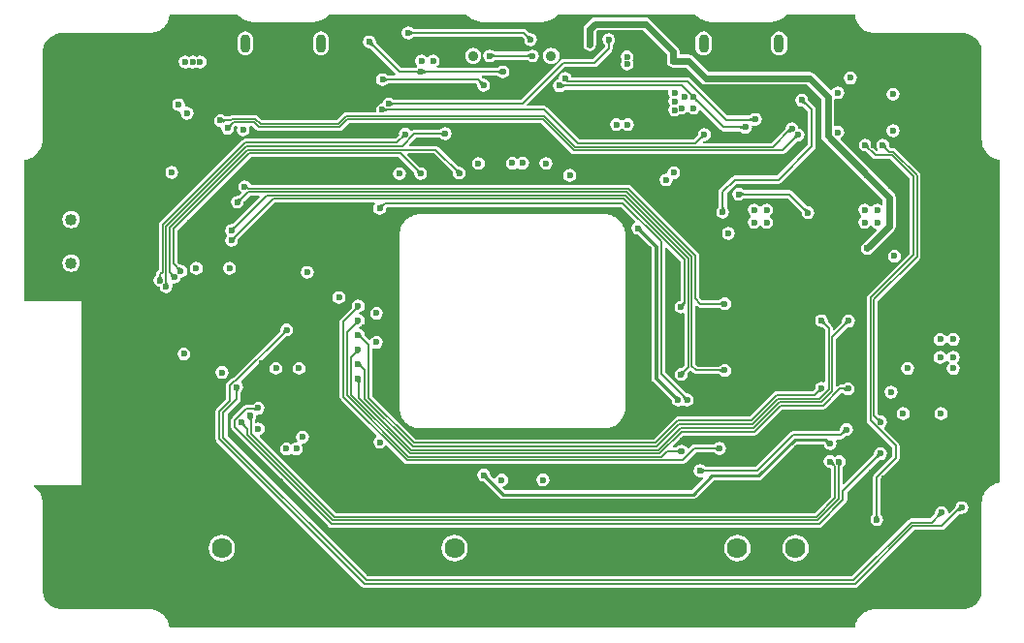
<source format=gbl>
G04*
G04 #@! TF.GenerationSoftware,Altium Limited,Altium Designer,20.1.14 (287)*
G04*
G04 Layer_Physical_Order=4*
G04 Layer_Color=16711680*
%FSLAX24Y24*%
%MOIN*%
G70*
G04*
G04 #@! TF.SameCoordinates,36825D0D-408E-4E44-9134-4F5201A7400A*
G04*
G04*
G04 #@! TF.FilePolarity,Positive*
G04*
G01*
G75*
%ADD10C,0.0059*%
%ADD14C,0.0100*%
%ADD15C,0.0079*%
%ADD146C,0.1969*%
%ADD147C,0.0354*%
%ADD155C,0.0069*%
%ADD161C,0.0118*%
%ADD164C,0.0236*%
%ADD168C,0.0701*%
%ADD169C,0.0402*%
%ADD170O,0.0354X0.0630*%
%ADD171C,0.0236*%
G36*
X15278Y21172D02*
X15323Y21133D01*
X15328Y21131D01*
X15332Y21127D01*
X15482Y21032D01*
X15489Y21030D01*
X15495Y21025D01*
X15660Y20961D01*
X15667Y20959D01*
X15674Y20956D01*
X15848Y20923D01*
X15854Y20923D01*
X15860Y20922D01*
X15948Y20918D01*
X15950Y20918D01*
X15952Y20918D01*
X17749D01*
X17751Y20918D01*
X17753Y20918D01*
X17841Y20922D01*
X17847Y20923D01*
X17852Y20923D01*
X18026Y20956D01*
X18033Y20959D01*
X18041Y20961D01*
X18205Y21025D01*
X18212Y21030D01*
X18219Y21032D01*
X18369Y21127D01*
X18373Y21131D01*
X18378Y21133D01*
X18423Y21172D01*
X23142Y21172D01*
X23187Y21134D01*
X23192Y21131D01*
X23196Y21127D01*
X23346Y21032D01*
X23353Y21030D01*
X23359Y21026D01*
X23524Y20961D01*
X23532Y20959D01*
X23539Y20957D01*
X23713Y20924D01*
X23718Y20924D01*
X23724Y20922D01*
X23812Y20918D01*
X23814Y20918D01*
X23816Y20918D01*
X25613D01*
X25615Y20918D01*
X25617Y20918D01*
X25705Y20922D01*
X25711Y20924D01*
X25717Y20924D01*
X25891Y20957D01*
X25898Y20959D01*
X25905Y20961D01*
X26070Y21026D01*
X26076Y21030D01*
X26083Y21032D01*
X26233Y21127D01*
X26237Y21131D01*
X26242Y21133D01*
X26287Y21172D01*
X28626Y21172D01*
X28649Y21053D01*
X28652Y21046D01*
X28654Y21038D01*
X28701Y20924D01*
X28705Y20918D01*
X28708Y20910D01*
X28777Y20808D01*
X28783Y20802D01*
X28787Y20796D01*
X28874Y20708D01*
X28881Y20704D01*
X28886Y20698D01*
X28989Y20630D01*
X28996Y20627D01*
X29003Y20622D01*
X29117Y20575D01*
X29125Y20573D01*
X29132Y20570D01*
X29253Y20546D01*
X29259D01*
X29265Y20545D01*
X29327Y20542D01*
X29329Y20542D01*
X29331Y20542D01*
X32331D01*
X32396Y20542D01*
X32523Y20516D01*
X32643Y20467D01*
X32751Y20394D01*
X32843Y20303D01*
X32915Y20194D01*
X32965Y20074D01*
X32991Y19947D01*
Y19882D01*
Y16882D01*
X32991Y16880D01*
X32991Y16878D01*
X32994Y16816D01*
X32995Y16810D01*
Y16804D01*
X33019Y16683D01*
X33022Y16676D01*
X33024Y16668D01*
X33071Y16554D01*
X33075Y16548D01*
X33078Y16540D01*
X33147Y16438D01*
X33153Y16432D01*
X33157Y16426D01*
X33244Y16338D01*
X33251Y16334D01*
X33257Y16328D01*
X33359Y16260D01*
X33367Y16257D01*
X33373Y16252D01*
X33487Y16205D01*
X33495Y16203D01*
X33502Y16200D01*
X33621Y16177D01*
Y5075D01*
X33502Y5052D01*
X33495Y5049D01*
X33487Y5047D01*
X33373Y5000D01*
X33367Y4995D01*
X33359Y4992D01*
X33257Y4924D01*
X33251Y4918D01*
X33244Y4914D01*
X33157Y4826D01*
X33153Y4820D01*
X33147Y4814D01*
X33078Y4712D01*
X33075Y4704D01*
X33071Y4698D01*
X33024Y4584D01*
X33022Y4576D01*
X33019Y4569D01*
X32995Y4447D01*
Y4442D01*
X32994Y4436D01*
X32991Y4374D01*
X32991Y4372D01*
X32991Y4370D01*
Y1370D01*
Y1305D01*
X32965Y1178D01*
X32915Y1058D01*
X32843Y949D01*
X32751Y858D01*
X32643Y785D01*
X32523Y736D01*
X32396Y710D01*
X32331Y710D01*
X29331D01*
X29329Y710D01*
X29327Y710D01*
X29265Y707D01*
X29259Y706D01*
X29253D01*
X29132Y682D01*
X29125Y679D01*
X29117Y677D01*
X29003Y630D01*
X28996Y625D01*
X28989Y622D01*
X28886Y554D01*
X28881Y548D01*
X28874Y544D01*
X28787Y456D01*
X28783Y450D01*
X28777Y444D01*
X28708Y342D01*
X28705Y334D01*
X28701Y328D01*
X28654Y214D01*
X28652Y206D01*
X28649Y199D01*
X28626Y80D01*
X5075Y80D01*
X5052Y199D01*
X5049Y206D01*
X5047Y214D01*
X5000Y328D01*
X4995Y334D01*
X4992Y342D01*
X4924Y444D01*
X4918Y450D01*
X4914Y456D01*
X4826Y544D01*
X4820Y548D01*
X4814Y554D01*
X4712Y622D01*
X4704Y625D01*
X4698Y630D01*
X4584Y677D01*
X4576Y679D01*
X4569Y682D01*
X4447Y706D01*
X4442D01*
X4436Y707D01*
X4374Y710D01*
X4372Y710D01*
X4370Y710D01*
X1370D01*
X1305Y710D01*
X1178Y736D01*
X1058Y785D01*
X949Y858D01*
X858Y949D01*
X785Y1058D01*
X736Y1178D01*
X710Y1305D01*
X710Y1370D01*
Y4370D01*
X710Y4372D01*
X710Y4374D01*
X707Y4436D01*
X706Y4442D01*
Y4447D01*
X682Y4569D01*
X679Y4576D01*
X677Y4584D01*
X630Y4698D01*
X625Y4704D01*
X622Y4712D01*
X554Y4814D01*
X548Y4820D01*
X544Y4826D01*
X456Y4914D01*
X450Y4918D01*
X444Y4924D01*
X405Y4950D01*
X420Y5000D01*
X2030D01*
Y11319D01*
X80D01*
Y16177D01*
X199Y16200D01*
X206Y16203D01*
X214Y16205D01*
X328Y16252D01*
X334Y16257D01*
X342Y16260D01*
X444Y16328D01*
X450Y16334D01*
X456Y16338D01*
X544Y16426D01*
X548Y16432D01*
X554Y16438D01*
X622Y16540D01*
X625Y16548D01*
X630Y16554D01*
X677Y16668D01*
X679Y16676D01*
X682Y16683D01*
X706Y16804D01*
Y16810D01*
X707Y16816D01*
X710Y16878D01*
X710Y16880D01*
X710Y16882D01*
Y19882D01*
X710Y19947D01*
X736Y20074D01*
X785Y20194D01*
X858Y20303D01*
X949Y20394D01*
X1058Y20467D01*
X1178Y20516D01*
X1305Y20542D01*
X1370Y20542D01*
X4370D01*
X4372Y20542D01*
X4374Y20542D01*
X4436Y20545D01*
X4442Y20546D01*
X4447D01*
X4569Y20570D01*
X4576Y20573D01*
X4584Y20575D01*
X4698Y20622D01*
X4704Y20627D01*
X4712Y20630D01*
X4814Y20698D01*
X4820Y20704D01*
X4826Y20708D01*
X4914Y20796D01*
X4918Y20802D01*
X4924Y20808D01*
X4992Y20910D01*
X4995Y20918D01*
X5000Y20924D01*
X5047Y21038D01*
X5049Y21046D01*
X5052Y21053D01*
X5075Y21172D01*
X7404Y21172D01*
X7449Y21134D01*
X7454Y21131D01*
X7458Y21127D01*
X7608Y21032D01*
X7615Y21030D01*
X7621Y21026D01*
X7786Y20961D01*
X7793Y20959D01*
X7800Y20957D01*
X7974Y20924D01*
X7980Y20924D01*
X7986Y20922D01*
X8074Y20918D01*
X8076Y20918D01*
X8078Y20918D01*
X9875D01*
X9877Y20918D01*
X9879Y20918D01*
X9967Y20922D01*
X9973Y20924D01*
X9978Y20924D01*
X10152Y20957D01*
X10159Y20959D01*
X10167Y20961D01*
X10331Y21026D01*
X10338Y21030D01*
X10345Y21032D01*
X10495Y21127D01*
X10499Y21131D01*
X10504Y21134D01*
X10549Y21172D01*
X15278Y21172D01*
D02*
G37*
%LPC*%
G36*
X13278Y20774D02*
X13192Y20757D01*
X13120Y20708D01*
X13072Y20636D01*
X13055Y20551D01*
X13072Y20466D01*
X13120Y20394D01*
X13192Y20346D01*
X13278Y20329D01*
X13363Y20346D01*
X13435Y20394D01*
X13440Y20402D01*
X13442Y20403D01*
X13444Y20405D01*
X13447Y20407D01*
X13449Y20408D01*
X13451Y20408D01*
X13453Y20409D01*
X13453Y20409D01*
X17195D01*
X17256Y20349D01*
X17256Y20348D01*
X17257Y20346D01*
X17258Y20344D01*
X17258Y20342D01*
X17259Y20340D01*
X17260Y20336D01*
X17260Y20334D01*
X17258Y20325D01*
X17275Y20240D01*
X17323Y20168D01*
X17395Y20119D01*
X17480Y20102D01*
X17565Y20119D01*
X17638Y20168D01*
X17686Y20240D01*
X17703Y20325D01*
X17686Y20410D01*
X17638Y20482D01*
X17565Y20530D01*
X17480Y20547D01*
X17471Y20545D01*
X17469Y20545D01*
X17466Y20546D01*
X17463Y20547D01*
X17461Y20547D01*
X17459Y20548D01*
X17457Y20549D01*
X17457Y20549D01*
X17354Y20652D01*
X17308Y20682D01*
X17254Y20693D01*
X13453D01*
X13453Y20693D01*
X13451Y20694D01*
X13449Y20695D01*
X13447Y20696D01*
X13444Y20697D01*
X13442Y20699D01*
X13440Y20700D01*
X13435Y20708D01*
X13363Y20757D01*
X13278Y20774D01*
D02*
G37*
G36*
X17546Y19986D02*
X17461Y19969D01*
X17389Y19921D01*
X17383Y19913D01*
X17382Y19912D01*
X17379Y19910D01*
X17377Y19908D01*
X17375Y19907D01*
X17373Y19907D01*
X17371Y19906D01*
X17370Y19906D01*
X16249D01*
X16248Y19906D01*
X16246Y19907D01*
X16244Y19907D01*
X16242Y19908D01*
X16240Y19910D01*
X16237Y19912D01*
X16236Y19913D01*
X16230Y19921D01*
X16158Y19969D01*
X16073Y19986D01*
X15988Y19969D01*
X15916Y19921D01*
X15867Y19849D01*
X15850Y19764D01*
X15867Y19679D01*
X15916Y19607D01*
X15988Y19558D01*
X16073Y19541D01*
X16158Y19558D01*
X16230Y19607D01*
X16236Y19615D01*
X16237Y19616D01*
X16240Y19618D01*
X16242Y19619D01*
X16244Y19620D01*
X16246Y19621D01*
X16248Y19622D01*
X16249Y19622D01*
X17370D01*
X17371Y19622D01*
X17373Y19621D01*
X17375Y19620D01*
X17377Y19619D01*
X17379Y19618D01*
X17382Y19616D01*
X17383Y19615D01*
X17389Y19607D01*
X17461Y19558D01*
X17546Y19541D01*
X17631Y19558D01*
X17703Y19607D01*
X17751Y19679D01*
X17768Y19764D01*
X17751Y19849D01*
X17703Y19921D01*
X17631Y19969D01*
X17546Y19986D01*
D02*
G37*
G36*
X26024Y20604D02*
X25951Y20595D01*
X25884Y20567D01*
X25826Y20522D01*
X25782Y20465D01*
X25754Y20397D01*
X25744Y20325D01*
Y20049D01*
X25754Y19977D01*
X25782Y19909D01*
X25826Y19852D01*
X25884Y19807D01*
X25951Y19779D01*
X26024Y19770D01*
X26096Y19779D01*
X26163Y19807D01*
X26221Y19852D01*
X26266Y19909D01*
X26294Y19977D01*
X26303Y20049D01*
Y20325D01*
X26294Y20397D01*
X26266Y20465D01*
X26221Y20522D01*
X26163Y20567D01*
X26096Y20595D01*
X26024Y20604D01*
D02*
G37*
G36*
X23425D02*
X23353Y20595D01*
X23285Y20567D01*
X23228Y20522D01*
X23183Y20465D01*
X23155Y20397D01*
X23146Y20325D01*
Y20049D01*
X23155Y19977D01*
X23183Y19909D01*
X23228Y19852D01*
X23285Y19807D01*
X23353Y19779D01*
X23425Y19770D01*
X23498Y19779D01*
X23565Y19807D01*
X23623Y19852D01*
X23667Y19909D01*
X23695Y19977D01*
X23705Y20049D01*
Y20325D01*
X23695Y20397D01*
X23667Y20465D01*
X23623Y20522D01*
X23565Y20567D01*
X23498Y20595D01*
X23425Y20604D01*
D02*
G37*
G36*
X10276D02*
X10203Y20595D01*
X10136Y20567D01*
X10078Y20522D01*
X10033Y20465D01*
X10006Y20397D01*
X9996Y20325D01*
Y20049D01*
X10006Y19977D01*
X10033Y19909D01*
X10078Y19852D01*
X10136Y19807D01*
X10203Y19779D01*
X10276Y19770D01*
X10348Y19779D01*
X10415Y19807D01*
X10473Y19852D01*
X10518Y19909D01*
X10546Y19977D01*
X10555Y20049D01*
Y20325D01*
X10546Y20397D01*
X10518Y20465D01*
X10473Y20522D01*
X10415Y20567D01*
X10348Y20595D01*
X10276Y20604D01*
D02*
G37*
G36*
X7677D02*
X7605Y20595D01*
X7537Y20567D01*
X7479Y20522D01*
X7435Y20465D01*
X7407Y20397D01*
X7398Y20325D01*
Y20049D01*
X7407Y19977D01*
X7435Y19909D01*
X7479Y19852D01*
X7537Y19807D01*
X7605Y19779D01*
X7677Y19770D01*
X7750Y19779D01*
X7817Y19807D01*
X7875Y19852D01*
X7919Y19909D01*
X7947Y19977D01*
X7957Y20049D01*
Y20325D01*
X7947Y20397D01*
X7919Y20465D01*
X7875Y20522D01*
X7817Y20567D01*
X7750Y20595D01*
X7677Y20604D01*
D02*
G37*
G36*
X6122Y19779D02*
X6037Y19763D01*
X5994Y19734D01*
X5951Y19763D01*
X5866Y19779D01*
X5781Y19763D01*
X5738Y19734D01*
X5695Y19763D01*
X5610Y19779D01*
X5525Y19763D01*
X5453Y19714D01*
X5405Y19642D01*
X5388Y19557D01*
X5405Y19472D01*
X5453Y19400D01*
X5525Y19352D01*
X5610Y19335D01*
X5695Y19352D01*
X5738Y19380D01*
X5781Y19352D01*
X5866Y19335D01*
X5951Y19352D01*
X5994Y19380D01*
X6037Y19352D01*
X6122Y19335D01*
X6207Y19352D01*
X6279Y19400D01*
X6327Y19472D01*
X6344Y19557D01*
X6327Y19642D01*
X6279Y19714D01*
X6207Y19763D01*
X6122Y19779D01*
D02*
G37*
G36*
X18189Y20043D02*
X18117Y20034D01*
X18049Y20006D01*
X17991Y19961D01*
X17947Y19904D01*
X17919Y19836D01*
X17909Y19764D01*
X17919Y19691D01*
X17947Y19624D01*
X17991Y19566D01*
X18049Y19522D01*
X18117Y19494D01*
X18189Y19484D01*
X18261Y19494D01*
X18329Y19522D01*
X18387Y19566D01*
X18431Y19624D01*
X18459Y19691D01*
X18469Y19764D01*
X18459Y19836D01*
X18431Y19904D01*
X18387Y19961D01*
X18329Y20006D01*
X18261Y20034D01*
X18189Y20043D01*
D02*
G37*
G36*
X15512D02*
X15439Y20034D01*
X15372Y20006D01*
X15314Y19961D01*
X15270Y19904D01*
X15242Y19836D01*
X15232Y19764D01*
X15242Y19691D01*
X15270Y19624D01*
X15314Y19566D01*
X15372Y19522D01*
X15439Y19494D01*
X15512Y19484D01*
X15584Y19494D01*
X15652Y19522D01*
X15709Y19566D01*
X15754Y19624D01*
X15782Y19691D01*
X15791Y19764D01*
X15782Y19836D01*
X15754Y19904D01*
X15709Y19961D01*
X15652Y20006D01*
X15584Y20034D01*
X15512Y20043D01*
D02*
G37*
G36*
X20797Y19957D02*
X20712Y19940D01*
X20640Y19892D01*
X20592Y19819D01*
X20575Y19734D01*
X20592Y19649D01*
X20620Y19606D01*
X20592Y19563D01*
X20575Y19478D01*
X20592Y19393D01*
X20640Y19321D01*
X20712Y19273D01*
X20797Y19256D01*
X20882Y19273D01*
X20955Y19321D01*
X21003Y19393D01*
X21020Y19478D01*
X21003Y19563D01*
X20974Y19606D01*
X21003Y19649D01*
X21020Y19734D01*
X21003Y19819D01*
X20955Y19892D01*
X20882Y19940D01*
X20797Y19957D01*
D02*
G37*
G36*
X11939Y20468D02*
X11854Y20452D01*
X11782Y20403D01*
X11734Y20331D01*
X11717Y20246D01*
X11734Y20161D01*
X11782Y20089D01*
X11854Y20041D01*
X11939Y20024D01*
X11949Y20026D01*
X11950Y20025D01*
X11954Y20025D01*
X11956Y20024D01*
X11959Y20023D01*
X11961Y20023D01*
X11962Y20022D01*
X11963Y20021D01*
X12845Y19139D01*
X12824Y19089D01*
X12567D01*
X12567Y19089D01*
X12565Y19090D01*
X12563Y19090D01*
X12561Y19091D01*
X12559Y19093D01*
X12556Y19095D01*
X12554Y19096D01*
X12549Y19104D01*
X12477Y19152D01*
X12392Y19169D01*
X12307Y19152D01*
X12234Y19104D01*
X12186Y19032D01*
X12169Y18947D01*
X12186Y18862D01*
X12234Y18790D01*
X12307Y18741D01*
X12392Y18724D01*
X12477Y18741D01*
X12549Y18790D01*
X12554Y18798D01*
X12556Y18799D01*
X12559Y18801D01*
X12561Y18802D01*
X12563Y18803D01*
X12565Y18804D01*
X12567Y18805D01*
X12567Y18805D01*
X15610D01*
X15641Y18774D01*
X15642Y18773D01*
X15643Y18772D01*
X15644Y18770D01*
X15644Y18767D01*
X15645Y18765D01*
X15646Y18761D01*
X15646Y18760D01*
X15644Y18750D01*
X15661Y18665D01*
X15709Y18593D01*
X15781Y18545D01*
X15866Y18528D01*
X15951Y18545D01*
X16023Y18593D01*
X16072Y18665D01*
X16089Y18750D01*
X16072Y18835D01*
X16023Y18907D01*
X15951Y18955D01*
X15866Y18972D01*
X15856Y18970D01*
X15855Y18971D01*
X15851Y18971D01*
X15849Y18972D01*
X15846Y18973D01*
X15845Y18973D01*
X15843Y18974D01*
X15842Y18975D01*
X15797Y19021D01*
X15817Y19071D01*
X16350D01*
X16351Y19070D01*
X16352Y19070D01*
X16354Y19069D01*
X16356Y19068D01*
X16359Y19067D01*
X16362Y19065D01*
X16363Y19064D01*
X16368Y19055D01*
X16440Y19007D01*
X16526Y18990D01*
X16611Y19007D01*
X16683Y19055D01*
X16731Y19128D01*
X16748Y19213D01*
X16731Y19298D01*
X16683Y19370D01*
X16611Y19418D01*
X16526Y19435D01*
X16440Y19418D01*
X16368Y19370D01*
X16363Y19362D01*
X16362Y19361D01*
X16359Y19359D01*
X16356Y19357D01*
X16354Y19356D01*
X16352Y19355D01*
X16351Y19355D01*
X16350Y19355D01*
X14269D01*
X14254Y19405D01*
X14291Y19429D01*
X14339Y19502D01*
X14356Y19587D01*
X14339Y19672D01*
X14291Y19744D01*
X14219Y19792D01*
X14134Y19809D01*
X14049Y19792D01*
X13977Y19744D01*
X13957Y19715D01*
X13907D01*
X13888Y19744D01*
X13815Y19792D01*
X13730Y19809D01*
X13645Y19792D01*
X13573Y19744D01*
X13525Y19672D01*
X13508Y19587D01*
X13525Y19502D01*
X13573Y19429D01*
X13565Y19383D01*
X13535Y19355D01*
X13031D01*
X12164Y20222D01*
X12163Y20223D01*
X12162Y20225D01*
X12162Y20226D01*
X12161Y20229D01*
X12160Y20231D01*
X12160Y20235D01*
X12159Y20236D01*
X12161Y20246D01*
X12144Y20331D01*
X12096Y20403D01*
X12024Y20452D01*
X11939Y20468D01*
D02*
G37*
G36*
X28474Y19226D02*
X28389Y19209D01*
X28317Y19160D01*
X28269Y19088D01*
X28252Y19003D01*
X28269Y18918D01*
X28317Y18846D01*
X28389Y18798D01*
X28474Y18781D01*
X28560Y18798D01*
X28632Y18846D01*
X28680Y18918D01*
X28697Y19003D01*
X28680Y19088D01*
X28632Y19160D01*
X28560Y19209D01*
X28474Y19226D01*
D02*
G37*
G36*
X21427Y21089D02*
X21427Y21089D01*
X19695D01*
X19610Y21072D01*
X19538Y21023D01*
X19538Y21023D01*
X19360Y20846D01*
X19312Y20773D01*
X19295Y20688D01*
X19295Y20688D01*
Y20423D01*
Y20148D01*
X19312Y20063D01*
X19360Y19990D01*
X19433Y19942D01*
X19518Y19925D01*
X19603Y19942D01*
X19675Y19990D01*
X19723Y20063D01*
X19740Y20148D01*
Y20596D01*
X19788Y20644D01*
X21335D01*
X22160Y19819D01*
Y19587D01*
X22176Y19502D01*
X22225Y19429D01*
X22297Y19381D01*
X22382Y19364D01*
X22821D01*
X23347Y18839D01*
X23347Y18839D01*
X23419Y18791D01*
X23504Y18774D01*
X26975D01*
X27474Y18274D01*
Y17007D01*
X27474Y17007D01*
X27491Y16922D01*
X27540Y16850D01*
X28898Y15491D01*
X28898Y15491D01*
X28901Y15490D01*
X29591Y14800D01*
Y14651D01*
X29541Y14629D01*
X29485Y14666D01*
X29400Y14683D01*
X29314Y14666D01*
X29242Y14618D01*
X29213Y14575D01*
X29153D01*
X29124Y14618D01*
X29052Y14666D01*
X28967Y14683D01*
X28881Y14666D01*
X28809Y14618D01*
X28761Y14546D01*
X28744Y14461D01*
X28761Y14376D01*
X28809Y14304D01*
X28853Y14275D01*
Y14214D01*
X28809Y14185D01*
X28761Y14113D01*
X28744Y14028D01*
X28761Y13943D01*
X28809Y13871D01*
X28881Y13822D01*
X28967Y13806D01*
X29052Y13822D01*
X29124Y13871D01*
X29153Y13914D01*
X29213D01*
X29242Y13871D01*
X29314Y13822D01*
X29344Y13817D01*
X29361Y13762D01*
X28893Y13294D01*
X28845Y13222D01*
X28828Y13137D01*
X28845Y13052D01*
X28893Y12980D01*
X28965Y12932D01*
X29050Y12915D01*
X29135Y12932D01*
X29207Y12980D01*
X29970Y13743D01*
X30018Y13815D01*
X30035Y13900D01*
X30035Y13900D01*
Y14892D01*
X30035Y14892D01*
X30018Y14977D01*
X29970Y15049D01*
X29970Y15049D01*
X29213Y15806D01*
X29211Y15808D01*
X28136Y16883D01*
X28150Y16939D01*
X28208Y16978D01*
X28257Y17050D01*
X28274Y17135D01*
X28257Y17220D01*
X28208Y17293D01*
X28136Y17341D01*
X28051Y17358D01*
X27969Y17341D01*
X27958Y17342D01*
X27919Y17363D01*
Y18263D01*
X27969Y18288D01*
X28046Y18272D01*
X28131Y18289D01*
X28204Y18337D01*
X28252Y18409D01*
X28269Y18495D01*
X28252Y18580D01*
X28204Y18652D01*
X28131Y18700D01*
X28046Y18717D01*
X27961Y18700D01*
X27889Y18652D01*
X27852Y18596D01*
X27794Y18583D01*
X27224Y19153D01*
X27152Y19202D01*
X27067Y19218D01*
X27067Y19218D01*
X23596D01*
X23071Y19744D01*
X22998Y19792D01*
X22913Y19809D01*
X22913Y19809D01*
X22604D01*
Y19911D01*
X22587Y19997D01*
X22539Y20069D01*
X22539Y20069D01*
X21584Y21023D01*
X21512Y21072D01*
X21427Y21089D01*
D02*
G37*
G36*
X20167Y20547D02*
X20082Y20530D01*
X20010Y20482D01*
X19962Y20410D01*
X19945Y20325D01*
X19962Y20240D01*
X20010Y20168D01*
X20019Y20161D01*
X20020Y20161D01*
X20025Y20155D01*
X20029Y20150D01*
X20032Y20145D01*
X20034Y20142D01*
X20035Y20139D01*
Y20065D01*
X19620Y19650D01*
X18602D01*
X18552Y19640D01*
X18509Y19611D01*
X17140Y18242D01*
X12794D01*
X12791Y18243D01*
X12788Y18245D01*
X12785Y18247D01*
X12772Y18258D01*
X12766Y18267D01*
X12693Y18316D01*
X12608Y18333D01*
X12523Y18316D01*
X12451Y18267D01*
X12403Y18195D01*
X12389Y18125D01*
X12382Y18126D01*
X12297Y18109D01*
X12225Y18061D01*
X12176Y17989D01*
X12160Y17904D01*
X12167Y17868D01*
X12135Y17829D01*
X11132D01*
X11082Y17819D01*
X11039Y17790D01*
X10807Y17558D01*
X8248D01*
X8115Y17691D01*
X8072Y17719D01*
X8022Y17729D01*
X7223D01*
X7173Y17719D01*
X7130Y17691D01*
X7111Y17671D01*
X7006D01*
X7004Y17673D01*
X7001Y17674D01*
X6997Y17677D01*
X6984Y17688D01*
X6978Y17697D01*
X6906Y17745D01*
X6821Y17762D01*
X6736Y17745D01*
X6664Y17697D01*
X6615Y17624D01*
X6598Y17539D01*
X6615Y17454D01*
X6664Y17382D01*
X6736Y17334D01*
X6803Y17321D01*
X6845Y17275D01*
X6845Y17274D01*
X6861Y17189D01*
X6910Y17116D01*
X6982Y17068D01*
X7067Y17051D01*
X7152Y17068D01*
X7224Y17116D01*
X7272Y17189D01*
X7289Y17274D01*
X7287Y17285D01*
X7287Y17285D01*
X7288Y17293D01*
X7289Y17300D01*
X7290Y17305D01*
X7291Y17309D01*
X7291Y17311D01*
X7323Y17343D01*
X7372Y17338D01*
X7393Y17306D01*
X7392Y17297D01*
X7376Y17215D01*
X7393Y17129D01*
X7441Y17057D01*
X7513Y17009D01*
X7598Y16992D01*
X7684Y17009D01*
X7756Y17057D01*
X7804Y17129D01*
X7821Y17215D01*
X7804Y17297D01*
X7804Y17306D01*
X7830Y17347D01*
X7918D01*
X8051Y17215D01*
X8093Y17186D01*
X8144Y17176D01*
X10910D01*
X10961Y17186D01*
X11004Y17215D01*
X11236Y17447D01*
X17839D01*
X18873Y16413D01*
X18916Y16384D01*
X18967Y16374D01*
X26139D01*
X26190Y16384D01*
X26232Y16413D01*
X26634Y16814D01*
X26637Y16815D01*
X26640Y16816D01*
X26644Y16817D01*
X26661Y16818D01*
X26672Y16816D01*
X26757Y16833D01*
X26829Y16881D01*
X26877Y16954D01*
X26894Y17039D01*
X26877Y17124D01*
X26829Y17196D01*
X26757Y17244D01*
X26683Y17259D01*
X26669Y17333D01*
X26620Y17405D01*
X26548Y17453D01*
X26463Y17470D01*
X26378Y17453D01*
X26306Y17405D01*
X26258Y17333D01*
X26254Y17313D01*
X26252Y17309D01*
X26243Y17282D01*
X26240Y17273D01*
X26233Y17255D01*
X26230Y17250D01*
X26228Y17246D01*
X26227Y17245D01*
X25738Y16756D01*
X23418D01*
X23397Y16803D01*
X23416Y16829D01*
X23421Y16834D01*
X23423Y16834D01*
X23427Y16835D01*
X23444Y16837D01*
X23455Y16835D01*
X23540Y16852D01*
X23612Y16900D01*
X23660Y16972D01*
X23677Y17057D01*
X23660Y17142D01*
X23612Y17214D01*
X23540Y17263D01*
X23455Y17279D01*
X23370Y17263D01*
X23297Y17214D01*
X23249Y17142D01*
X23232Y17057D01*
X23235Y17046D01*
X23235Y17046D01*
X23234Y17037D01*
X23233Y17031D01*
X23232Y17026D01*
X23231Y17022D01*
X23230Y17019D01*
X23085Y16874D01*
X19159D01*
X18036Y17997D01*
X17993Y18026D01*
X17943Y18036D01*
X17372D01*
X17353Y18082D01*
X18657Y19386D01*
X19675D01*
X19726Y19396D01*
X19769Y19424D01*
X20261Y19916D01*
X20289Y19959D01*
X20299Y20010D01*
Y20139D01*
X20300Y20142D01*
X20302Y20145D01*
X20305Y20148D01*
X20315Y20161D01*
X20325Y20168D01*
X20373Y20240D01*
X20390Y20325D01*
X20373Y20410D01*
X20325Y20482D01*
X20252Y20530D01*
X20167Y20547D01*
D02*
G37*
G36*
X29941Y18667D02*
X29856Y18650D01*
X29784Y18602D01*
X29736Y18529D01*
X29719Y18444D01*
X29736Y18359D01*
X29784Y18287D01*
X29856Y18239D01*
X29941Y18222D01*
X30027Y18239D01*
X30099Y18287D01*
X30147Y18359D01*
X30164Y18444D01*
X30147Y18529D01*
X30099Y18602D01*
X30027Y18650D01*
X29941Y18667D01*
D02*
G37*
G36*
X5380Y18302D02*
X5295Y18285D01*
X5223Y18237D01*
X5175Y18165D01*
X5158Y18080D01*
X5175Y17994D01*
X5223Y17922D01*
X5295Y17874D01*
X5380Y17857D01*
X5419Y17865D01*
X5455Y17830D01*
X5447Y17790D01*
X5464Y17705D01*
X5512Y17633D01*
X5584Y17585D01*
X5669Y17568D01*
X5754Y17585D01*
X5827Y17633D01*
X5875Y17705D01*
X5892Y17790D01*
X5875Y17876D01*
X5827Y17948D01*
X5754Y17996D01*
X5669Y18013D01*
X5630Y18005D01*
X5595Y18040D01*
X5603Y18080D01*
X5586Y18165D01*
X5537Y18237D01*
X5465Y18285D01*
X5380Y18302D01*
D02*
G37*
G36*
X20817Y17624D02*
X20732Y17607D01*
X20660Y17559D01*
X20650Y17544D01*
X20600D01*
X20590Y17559D01*
X20518Y17607D01*
X20433Y17624D01*
X20348Y17607D01*
X20276Y17559D01*
X20228Y17487D01*
X20211Y17402D01*
X20228Y17316D01*
X20276Y17244D01*
X20348Y17196D01*
X20433Y17179D01*
X20518Y17196D01*
X20590Y17244D01*
X20600Y17259D01*
X20650D01*
X20660Y17244D01*
X20732Y17196D01*
X20817Y17179D01*
X20902Y17196D01*
X20974Y17244D01*
X21022Y17316D01*
X21039Y17402D01*
X21022Y17487D01*
X20974Y17559D01*
X20902Y17607D01*
X20817Y17624D01*
D02*
G37*
G36*
X18671Y19209D02*
X18586Y19192D01*
X18514Y19143D01*
X18466Y19071D01*
X18449Y18986D01*
X18454Y18959D01*
X18389Y18946D01*
X18317Y18897D01*
X18269Y18825D01*
X18252Y18740D01*
X18269Y18655D01*
X18317Y18583D01*
X18389Y18535D01*
X18474Y18518D01*
X18560Y18535D01*
X18632Y18583D01*
X18635Y18588D01*
X18637Y18589D01*
X18640Y18591D01*
X18643Y18592D01*
X18645Y18593D01*
X18647Y18594D01*
X18648Y18594D01*
X22193D01*
X22223Y18544D01*
X22209Y18474D01*
X22226Y18389D01*
X22261Y18337D01*
X22226Y18284D01*
X22209Y18199D01*
X22226Y18114D01*
X22271Y18046D01*
X22226Y17979D01*
X22209Y17894D01*
X22226Y17809D01*
X22274Y17736D01*
X22346Y17688D01*
X22431Y17671D01*
X22516Y17688D01*
X22588Y17736D01*
X22600Y17754D01*
X22667Y17740D01*
X22752Y17757D01*
X22825Y17805D01*
X22844Y17834D01*
X22904D01*
X22923Y17805D01*
X22996Y17757D01*
X23081Y17740D01*
X23166Y17757D01*
X23238Y17805D01*
X23283Y17873D01*
X23298Y17881D01*
X23334Y17892D01*
X24024Y17203D01*
X24070Y17172D01*
X24124Y17161D01*
X24696D01*
X24697Y17161D01*
X24699Y17160D01*
X24701Y17160D01*
X24703Y17159D01*
X24705Y17157D01*
X24708Y17155D01*
X24709Y17154D01*
X24715Y17146D01*
X24787Y17098D01*
X24872Y17081D01*
X24957Y17098D01*
X25029Y17146D01*
X25078Y17218D01*
X25094Y17303D01*
X25088Y17336D01*
X25101Y17351D01*
X25132Y17371D01*
X25207Y17356D01*
X25292Y17373D01*
X25364Y17421D01*
X25412Y17494D01*
X25429Y17579D01*
X25412Y17664D01*
X25364Y17736D01*
X25292Y17784D01*
X25207Y17801D01*
X25122Y17784D01*
X25049Y17736D01*
X25041Y17723D01*
X25040Y17722D01*
X25035Y17716D01*
X25032Y17714D01*
X25031Y17713D01*
X25030Y17712D01*
X25029Y17712D01*
X25028Y17711D01*
X25027Y17711D01*
X24252D01*
X22984Y18978D01*
X22938Y19009D01*
X22884Y19020D01*
X18887D01*
X18877Y19071D01*
X18829Y19143D01*
X18756Y19192D01*
X18671Y19209D01*
D02*
G37*
G36*
X14547Y17309D02*
X14462Y17292D01*
X14390Y17244D01*
X14384Y17235D01*
X14383Y17234D01*
X14377Y17229D01*
X14372Y17225D01*
X14368Y17222D01*
X14364Y17220D01*
X14362Y17219D01*
X13491D01*
X13441Y17209D01*
X13417Y17193D01*
X13354Y17198D01*
X13336Y17224D01*
X13264Y17272D01*
X13179Y17289D01*
X13094Y17272D01*
X13022Y17224D01*
X12974Y17152D01*
X12957Y17067D01*
X12959Y17056D01*
X12959Y17055D01*
X12958Y17047D01*
X12958Y17041D01*
X12957Y17035D01*
X12956Y17032D01*
X12955Y17029D01*
X12829Y16904D01*
X7658D01*
X7608Y16894D01*
X7565Y16865D01*
X4739Y14039D01*
X4711Y13997D01*
X4701Y13946D01*
Y12387D01*
X4651Y12337D01*
X4622Y12295D01*
X4612Y12244D01*
Y12213D01*
X4611Y12211D01*
X4609Y12207D01*
X4607Y12204D01*
X4596Y12191D01*
X4587Y12185D01*
X4539Y12113D01*
X4522Y12028D01*
X4539Y11942D01*
X4587Y11870D01*
X4659Y11822D01*
X4729Y11808D01*
X4745Y11726D01*
X4794Y11654D01*
X4866Y11606D01*
X4951Y11589D01*
X5036Y11606D01*
X5108Y11654D01*
X5156Y11726D01*
X5173Y11811D01*
X5158Y11888D01*
X5176Y11915D01*
X5192Y11932D01*
X5236Y11923D01*
X5321Y11940D01*
X5393Y11988D01*
X5442Y12061D01*
X5456Y12131D01*
X5538Y12147D01*
X5610Y12195D01*
X5658Y12267D01*
X5675Y12352D01*
X5658Y12437D01*
X5610Y12510D01*
X5538Y12558D01*
X5453Y12575D01*
X5442Y12573D01*
X5441Y12573D01*
X5433Y12573D01*
X5426Y12574D01*
X5421Y12575D01*
X5417Y12576D01*
X5415Y12577D01*
X5329Y12663D01*
Y13754D01*
X7860Y16285D01*
X12937D01*
X13476Y15746D01*
X13477Y15744D01*
X13478Y15740D01*
X13479Y15736D01*
X13481Y15719D01*
X13478Y15709D01*
X13495Y15624D01*
X13544Y15551D01*
X13616Y15503D01*
X13701Y15486D01*
X13786Y15503D01*
X13858Y15551D01*
X13906Y15624D01*
X13923Y15709D01*
X13906Y15794D01*
X13858Y15866D01*
X13786Y15914D01*
X13701Y15931D01*
X13690Y15929D01*
X13689Y15929D01*
X13681Y15929D01*
X13674Y15930D01*
X13669Y15931D01*
X13665Y15932D01*
X13663Y15933D01*
X13239Y16357D01*
X13258Y16403D01*
X14168D01*
X14805Y15766D01*
X14806Y15764D01*
X14807Y15760D01*
X14808Y15756D01*
X14809Y15739D01*
X14807Y15728D01*
X14824Y15643D01*
X14872Y15571D01*
X14944Y15523D01*
X15030Y15506D01*
X15115Y15523D01*
X15187Y15571D01*
X15235Y15643D01*
X15252Y15728D01*
X15235Y15813D01*
X15187Y15886D01*
X15115Y15934D01*
X15030Y15951D01*
X15019Y15949D01*
X15018Y15949D01*
X15010Y15949D01*
X15003Y15950D01*
X14998Y15951D01*
X14994Y15952D01*
X14992Y15953D01*
X14316Y16629D01*
X14273Y16657D01*
X14222Y16667D01*
X13324D01*
X13305Y16714D01*
X13546Y16955D01*
X14362D01*
X14364Y16953D01*
X14368Y16952D01*
X14371Y16949D01*
X14384Y16938D01*
X14390Y16929D01*
X14462Y16881D01*
X14547Y16864D01*
X14632Y16881D01*
X14704Y16929D01*
X14753Y17002D01*
X14770Y17087D01*
X14753Y17172D01*
X14704Y17244D01*
X14632Y17292D01*
X14547Y17309D01*
D02*
G37*
G36*
X29946Y17408D02*
X29861Y17391D01*
X29789Y17343D01*
X29740Y17271D01*
X29723Y17186D01*
X29740Y17100D01*
X29789Y17028D01*
X29861Y16980D01*
X29946Y16963D01*
X30031Y16980D01*
X30103Y17028D01*
X30151Y17100D01*
X30168Y17186D01*
X30151Y17271D01*
X30103Y17343D01*
X30031Y17391D01*
X29946Y17408D01*
D02*
G37*
G36*
X29587Y16915D02*
X29502Y16898D01*
X29429Y16850D01*
X29381Y16778D01*
X29364Y16692D01*
X29381Y16607D01*
X29420Y16549D01*
X29407Y16505D01*
X29400Y16496D01*
X29374Y16492D01*
X29211Y16655D01*
X29210Y16657D01*
X29209Y16661D01*
X29208Y16665D01*
X29206Y16682D01*
X29209Y16692D01*
X29192Y16778D01*
X29143Y16850D01*
X29071Y16898D01*
X28986Y16915D01*
X28901Y16898D01*
X28829Y16850D01*
X28781Y16778D01*
X28764Y16692D01*
X28781Y16607D01*
X28829Y16535D01*
X28901Y16487D01*
X28986Y16470D01*
X28997Y16472D01*
X28998Y16472D01*
X29006Y16472D01*
X29013Y16471D01*
X29018Y16470D01*
X29022Y16469D01*
X29024Y16468D01*
X29237Y16255D01*
X29280Y16226D01*
X29330Y16216D01*
X29847D01*
X30508Y15556D01*
Y12958D01*
X29080Y11530D01*
X29051Y11487D01*
X29041Y11437D01*
Y7205D01*
X29051Y7154D01*
X29080Y7111D01*
X29895Y6296D01*
Y5968D01*
X29287Y5359D01*
X29258Y5316D01*
X29248Y5266D01*
Y3985D01*
X29247Y3982D01*
X29245Y3979D01*
X29243Y3976D01*
X29232Y3963D01*
X29223Y3956D01*
X29174Y3884D01*
X29158Y3799D01*
X29174Y3714D01*
X29223Y3642D01*
X29295Y3594D01*
X29380Y3577D01*
X29465Y3594D01*
X29537Y3642D01*
X29585Y3714D01*
X29602Y3799D01*
X29585Y3884D01*
X29537Y3956D01*
X29528Y3963D01*
X29527Y3963D01*
X29522Y3969D01*
X29518Y3974D01*
X29515Y3979D01*
X29513Y3982D01*
X29512Y3985D01*
Y5211D01*
X30120Y5820D01*
X30149Y5862D01*
X30159Y5913D01*
Y6351D01*
X30149Y6401D01*
X30120Y6444D01*
X29633Y6932D01*
X29638Y6982D01*
X29675Y7007D01*
X29723Y7079D01*
X29740Y7164D01*
X29723Y7249D01*
X29675Y7321D01*
X29603Y7370D01*
X29518Y7387D01*
X29507Y7384D01*
X29506Y7384D01*
X29498Y7385D01*
X29491Y7386D01*
X29486Y7387D01*
X29482Y7388D01*
X29480Y7389D01*
X29423Y7445D01*
Y11333D01*
X30851Y12761D01*
X30880Y12804D01*
X30890Y12854D01*
Y15659D01*
X30880Y15710D01*
X30851Y15753D01*
X30044Y16560D01*
X30001Y16589D01*
X29951Y16599D01*
X29867D01*
X29811Y16655D01*
X29810Y16657D01*
X29809Y16661D01*
X29808Y16665D01*
X29807Y16682D01*
X29809Y16692D01*
X29792Y16778D01*
X29744Y16850D01*
X29672Y16898D01*
X29587Y16915D01*
D02*
G37*
G36*
X17205Y16295D02*
X17120Y16278D01*
X17047Y16230D01*
X17008D01*
X16935Y16278D01*
X16850Y16295D01*
X16765Y16278D01*
X16693Y16230D01*
X16645Y16158D01*
X16628Y16073D01*
X16645Y15988D01*
X16693Y15916D01*
X16765Y15867D01*
X16850Y15850D01*
X16935Y15867D01*
X17008Y15916D01*
X17047D01*
X17120Y15867D01*
X17205Y15850D01*
X17290Y15867D01*
X17362Y15916D01*
X17410Y15988D01*
X17427Y16073D01*
X17410Y16158D01*
X17362Y16230D01*
X17290Y16278D01*
X17205Y16295D01*
D02*
G37*
G36*
X18012Y16285D02*
X17927Y16268D01*
X17855Y16220D01*
X17806Y16148D01*
X17789Y16063D01*
X17806Y15978D01*
X17855Y15906D01*
X17927Y15858D01*
X18012Y15841D01*
X18097Y15858D01*
X18169Y15906D01*
X18217Y15978D01*
X18234Y16063D01*
X18217Y16148D01*
X18169Y16220D01*
X18097Y16268D01*
X18012Y16285D01*
D02*
G37*
G36*
X15689D02*
X15604Y16268D01*
X15532Y16220D01*
X15484Y16148D01*
X15467Y16063D01*
X15484Y15978D01*
X15532Y15906D01*
X15604Y15858D01*
X15689Y15841D01*
X15774Y15858D01*
X15846Y15906D01*
X15894Y15978D01*
X15911Y16063D01*
X15894Y16148D01*
X15846Y16220D01*
X15774Y16268D01*
X15689Y16285D01*
D02*
G37*
G36*
X5148Y15970D02*
X5063Y15953D01*
X4990Y15905D01*
X4942Y15833D01*
X4925Y15748D01*
X4942Y15663D01*
X4990Y15591D01*
X5063Y15543D01*
X5148Y15526D01*
X5233Y15543D01*
X5305Y15591D01*
X5353Y15663D01*
X5370Y15748D01*
X5353Y15833D01*
X5305Y15905D01*
X5233Y15953D01*
X5148Y15970D01*
D02*
G37*
G36*
X12972Y15931D02*
X12887Y15914D01*
X12815Y15866D01*
X12767Y15794D01*
X12750Y15709D01*
X12767Y15624D01*
X12815Y15551D01*
X12887Y15503D01*
X12972Y15486D01*
X13058Y15503D01*
X13130Y15551D01*
X13178Y15624D01*
X13195Y15709D01*
X13178Y15794D01*
X13130Y15866D01*
X13058Y15914D01*
X12972Y15931D01*
D02*
G37*
G36*
X18829Y15872D02*
X18744Y15855D01*
X18671Y15807D01*
X18623Y15735D01*
X18606Y15650D01*
X18623Y15565D01*
X18671Y15492D01*
X18744Y15444D01*
X18829Y15427D01*
X18914Y15444D01*
X18986Y15492D01*
X19034Y15565D01*
X19051Y15650D01*
X19034Y15735D01*
X18986Y15807D01*
X18914Y15855D01*
X18829Y15872D01*
D02*
G37*
G36*
X22402Y15961D02*
X22316Y15944D01*
X22244Y15895D01*
X22196Y15823D01*
X22179Y15738D01*
X22167Y15726D01*
X22133Y15714D01*
X22051Y15698D01*
X21979Y15649D01*
X21930Y15577D01*
X21913Y15492D01*
X21930Y15407D01*
X21979Y15335D01*
X22051Y15287D01*
X22136Y15270D01*
X22221Y15287D01*
X22293Y15335D01*
X22341Y15407D01*
X22358Y15492D01*
X22371Y15505D01*
X22404Y15516D01*
X22487Y15533D01*
X22559Y15581D01*
X22607Y15653D01*
X22624Y15738D01*
X22607Y15823D01*
X22559Y15895D01*
X22487Y15944D01*
X22402Y15961D01*
D02*
G37*
G36*
X7657Y15478D02*
X7572Y15461D01*
X7500Y15413D01*
X7452Y15341D01*
X7435Y15256D01*
X7452Y15171D01*
X7500Y15099D01*
X7531Y15078D01*
X7536Y15029D01*
X7452Y14945D01*
X7449Y14944D01*
X7445Y14944D01*
X7439Y14945D01*
X7428Y14946D01*
X7423Y14945D01*
X7398Y14950D01*
X7313Y14933D01*
X7241Y14885D01*
X7193Y14813D01*
X7176Y14728D01*
X7193Y14643D01*
X7241Y14571D01*
X7313Y14522D01*
X7398Y14505D01*
X7483Y14522D01*
X7555Y14571D01*
X7604Y14643D01*
X7612Y14687D01*
X7616Y14697D01*
X7618Y14709D01*
X7622Y14730D01*
X7624Y14736D01*
X7626Y14742D01*
X7628Y14746D01*
X7629Y14749D01*
X7827Y14947D01*
X8145D01*
X8164Y14900D01*
X7238Y13974D01*
X7236Y13974D01*
X7232Y13973D01*
X7229Y13972D01*
X7211Y13970D01*
X7201Y13972D01*
X7116Y13955D01*
X7044Y13907D01*
X6995Y13835D01*
X6978Y13750D01*
X6995Y13665D01*
X7044Y13593D01*
Y13568D01*
X6995Y13496D01*
X6978Y13410D01*
X6995Y13325D01*
X7044Y13253D01*
X7116Y13205D01*
X7201Y13188D01*
X7286Y13205D01*
X7358Y13253D01*
X7406Y13325D01*
X7423Y13410D01*
X7421Y13421D01*
X7421Y13422D01*
X7422Y13430D01*
X7422Y13437D01*
X7423Y13442D01*
X7424Y13446D01*
X7425Y13448D01*
X8688Y14710D01*
X12106D01*
X12126Y14660D01*
X12088Y14603D01*
X12071Y14518D01*
X12088Y14433D01*
X12136Y14360D01*
X12208Y14312D01*
X12293Y14295D01*
X12378Y14312D01*
X12451Y14360D01*
X12499Y14433D01*
X12516Y14518D01*
X12552Y14553D01*
X20598D01*
X21073Y14077D01*
X21063Y14017D01*
X21014Y13984D01*
X20966Y13912D01*
X20949Y13827D01*
X20966Y13742D01*
X21014Y13670D01*
X21086Y13622D01*
X21162Y13606D01*
X21162Y13606D01*
X21165Y13604D01*
X21639Y13130D01*
Y8661D01*
X21651Y8599D01*
X21687Y8547D01*
X22327Y7906D01*
X22328Y7906D01*
X22329Y7904D01*
X22344Y7828D01*
X22392Y7756D01*
X22464Y7708D01*
X22549Y7691D01*
X22634Y7708D01*
X22665Y7729D01*
X22707Y7756D01*
X22748Y7729D01*
X22779Y7708D01*
X22864Y7691D01*
X22949Y7708D01*
X23021Y7756D01*
X23070Y7828D01*
X23087Y7913D01*
X23070Y7998D01*
X23021Y8071D01*
X22949Y8119D01*
X22864Y8136D01*
X22855Y8134D01*
X22853Y8134D01*
X22849Y8135D01*
X22847Y8135D01*
X22845Y8136D01*
X22843Y8137D01*
X22841Y8138D01*
X22840Y8138D01*
X22111Y8868D01*
Y13170D01*
X22157Y13189D01*
X22653Y12692D01*
Y11338D01*
X22653Y11338D01*
X22648Y11337D01*
X22626Y11331D01*
X22613Y11328D01*
X22604Y11325D01*
X22570Y11318D01*
X22498Y11270D01*
X22450Y11197D01*
X22433Y11112D01*
X22450Y11027D01*
X22498Y10955D01*
X22570Y10907D01*
X22656Y10890D01*
X22721Y10903D01*
X22771Y10872D01*
Y9105D01*
X22690Y9024D01*
X22688Y9023D01*
X22684Y9022D01*
X22680Y9021D01*
X22663Y9020D01*
X22653Y9022D01*
X22567Y9005D01*
X22495Y8957D01*
X22447Y8884D01*
X22430Y8799D01*
X22447Y8714D01*
X22495Y8642D01*
X22567Y8594D01*
X22653Y8577D01*
X22738Y8594D01*
X22810Y8642D01*
X22858Y8714D01*
X22875Y8799D01*
X22873Y8810D01*
X22873Y8811D01*
X22873Y8819D01*
X22874Y8826D01*
X22875Y8831D01*
X22876Y8835D01*
X22877Y8837D01*
X22985Y8945D01*
X23087Y8843D01*
X23130Y8814D01*
X23180Y8804D01*
X23970D01*
X23973Y8803D01*
X23976Y8801D01*
X23979Y8799D01*
X23992Y8788D01*
X23998Y8779D01*
X24071Y8731D01*
X24156Y8714D01*
X24241Y8731D01*
X24313Y8779D01*
X24361Y8851D01*
X24378Y8936D01*
X24361Y9021D01*
X24313Y9093D01*
X24241Y9141D01*
X24156Y9158D01*
X24071Y9141D01*
X23998Y9093D01*
X23992Y9084D01*
X23992Y9084D01*
X23986Y9078D01*
X23980Y9074D01*
X23976Y9071D01*
X23973Y9069D01*
X23970Y9068D01*
X23235D01*
X23154Y9149D01*
Y11141D01*
X23200Y11161D01*
X23220Y11141D01*
X23262Y11112D01*
X23313Y11102D01*
X23970D01*
X23973Y11101D01*
X23976Y11099D01*
X23979Y11097D01*
X23992Y11086D01*
X23998Y11077D01*
X24071Y11029D01*
X24156Y11012D01*
X24241Y11029D01*
X24313Y11077D01*
X24361Y11149D01*
X24378Y11234D01*
X24361Y11319D01*
X24313Y11391D01*
X24241Y11440D01*
X24156Y11457D01*
X24071Y11440D01*
X23998Y11391D01*
X23992Y11382D01*
X23992Y11382D01*
X23986Y11376D01*
X23980Y11372D01*
X23976Y11369D01*
X23973Y11367D01*
X23970Y11366D01*
X23368D01*
X23272Y11462D01*
Y12894D01*
X23262Y12944D01*
X23233Y12987D01*
X20930Y15290D01*
X20887Y15319D01*
X20837Y15329D01*
X7865D01*
X7863Y15341D01*
X7815Y15413D01*
X7743Y15461D01*
X7657Y15478D01*
D02*
G37*
G36*
X25599Y14684D02*
X25514Y14667D01*
X25442Y14618D01*
X25412Y14575D01*
X25352D01*
X25323Y14618D01*
X25251Y14667D01*
X25166Y14684D01*
X25081Y14667D01*
X25009Y14618D01*
X24960Y14546D01*
X24943Y14461D01*
X24960Y14376D01*
X25009Y14304D01*
X25052Y14275D01*
Y14215D01*
X25009Y14185D01*
X24960Y14113D01*
X24943Y14028D01*
X24960Y13943D01*
X25009Y13871D01*
X25081Y13823D01*
X25166Y13806D01*
X25251Y13823D01*
X25323Y13871D01*
X25352Y13915D01*
X25412D01*
X25442Y13871D01*
X25514Y13823D01*
X25599Y13806D01*
X25684Y13823D01*
X25756Y13871D01*
X25804Y13943D01*
X25821Y14028D01*
X25804Y14113D01*
X25756Y14185D01*
X25712Y14215D01*
Y14275D01*
X25756Y14304D01*
X25804Y14376D01*
X25821Y14461D01*
X25804Y14546D01*
X25756Y14618D01*
X25684Y14667D01*
X25599Y14684D01*
D02*
G37*
G36*
X26801Y18461D02*
X26716Y18444D01*
X26644Y18395D01*
X26596Y18323D01*
X26579Y18238D01*
X26596Y18153D01*
X26644Y18081D01*
X26716Y18033D01*
X26801Y18016D01*
X26811Y18018D01*
X26813Y18018D01*
X26816Y18017D01*
X26819Y18016D01*
X26821Y18016D01*
X26823Y18015D01*
X26824Y18014D01*
X26825Y18013D01*
X26994Y17845D01*
Y16703D01*
X25935Y15644D01*
X24498D01*
X24444Y15633D01*
X24398Y15602D01*
X23984Y15189D01*
X23953Y15143D01*
X23943Y15089D01*
Y14556D01*
X23942Y14555D01*
X23942Y14553D01*
X23941Y14551D01*
X23940Y14549D01*
X23939Y14547D01*
X23937Y14544D01*
X23936Y14543D01*
X23927Y14537D01*
X23879Y14465D01*
X23862Y14380D01*
X23879Y14295D01*
X23927Y14223D01*
X24000Y14174D01*
X24085Y14158D01*
X24170Y14174D01*
X24242Y14223D01*
X24290Y14295D01*
X24307Y14380D01*
X24290Y14465D01*
X24242Y14537D01*
X24234Y14543D01*
X24233Y14544D01*
X24231Y14547D01*
X24229Y14549D01*
X24228Y14551D01*
X24227Y14553D01*
X24227Y14555D01*
X24227Y14556D01*
Y15030D01*
X24557Y15360D01*
X25994D01*
X26048Y15371D01*
X26095Y15401D01*
X27236Y16543D01*
X27267Y16589D01*
X27278Y16644D01*
Y17904D01*
X27267Y17958D01*
X27236Y18004D01*
X27026Y18214D01*
X27026Y18215D01*
X27025Y18217D01*
X27024Y18219D01*
X27023Y18221D01*
X27022Y18224D01*
X27022Y18227D01*
X27022Y18229D01*
X27024Y18238D01*
X27007Y18323D01*
X26958Y18395D01*
X26886Y18444D01*
X26801Y18461D01*
D02*
G37*
G36*
X24634Y15225D02*
X24549Y15208D01*
X24477Y15160D01*
X24429Y15088D01*
X24412Y15002D01*
X24429Y14917D01*
X24477Y14845D01*
X24549Y14797D01*
X24634Y14780D01*
X24719Y14797D01*
X24792Y14845D01*
X24797Y14853D01*
X24798Y14854D01*
X24801Y14856D01*
X24804Y14858D01*
X24806Y14859D01*
X24808Y14860D01*
X24809Y14860D01*
X24810Y14860D01*
X26320D01*
X26792Y14388D01*
X26792Y14388D01*
X26793Y14386D01*
X26794Y14384D01*
X26795Y14382D01*
X26795Y14379D01*
X26796Y14376D01*
X26796Y14374D01*
X26794Y14365D01*
X26811Y14280D01*
X26859Y14208D01*
X26931Y14159D01*
X27016Y14142D01*
X27102Y14159D01*
X27174Y14208D01*
X27222Y14280D01*
X27239Y14365D01*
X27222Y14450D01*
X27174Y14522D01*
X27102Y14570D01*
X27016Y14587D01*
X27007Y14585D01*
X27005Y14585D01*
X27002Y14586D01*
X26999Y14587D01*
X26997Y14587D01*
X26995Y14588D01*
X26993Y14589D01*
X26993Y14589D01*
X26479Y15103D01*
X26433Y15134D01*
X26379Y15145D01*
X24810D01*
X24809Y15145D01*
X24808Y15145D01*
X24806Y15146D01*
X24804Y15147D01*
X24801Y15148D01*
X24798Y15150D01*
X24797Y15152D01*
X24792Y15160D01*
X24719Y15208D01*
X24634Y15225D01*
D02*
G37*
G36*
X1687Y14435D02*
X1608Y14425D01*
X1535Y14395D01*
X1472Y14346D01*
X1424Y14284D01*
X1394Y14210D01*
X1384Y14132D01*
X1394Y14053D01*
X1424Y13980D01*
X1472Y13917D01*
X1535Y13869D01*
X1608Y13839D01*
X1687Y13829D01*
X1766Y13839D01*
X1839Y13869D01*
X1902Y13917D01*
X1950Y13980D01*
X1980Y14053D01*
X1990Y14132D01*
X1980Y14210D01*
X1950Y14284D01*
X1902Y14346D01*
X1839Y14395D01*
X1766Y14425D01*
X1687Y14435D01*
D02*
G37*
G36*
X24281Y13874D02*
X24196Y13857D01*
X24124Y13809D01*
X24076Y13737D01*
X24059Y13652D01*
X24076Y13566D01*
X24124Y13494D01*
X24196Y13446D01*
X24281Y13429D01*
X24367Y13446D01*
X24439Y13494D01*
X24487Y13566D01*
X24504Y13652D01*
X24487Y13737D01*
X24439Y13809D01*
X24367Y13857D01*
X24281Y13874D01*
D02*
G37*
G36*
X29988Y13096D02*
X29903Y13079D01*
X29831Y13031D01*
X29783Y12959D01*
X29766Y12874D01*
X29783Y12789D01*
X29831Y12717D01*
X29903Y12669D01*
X29988Y12652D01*
X30073Y12669D01*
X30145Y12717D01*
X30194Y12789D01*
X30211Y12874D01*
X30194Y12959D01*
X30145Y13031D01*
X30073Y13079D01*
X29988Y13096D01*
D02*
G37*
G36*
X1687Y12935D02*
X1608Y12925D01*
X1535Y12895D01*
X1472Y12846D01*
X1424Y12784D01*
X1394Y12710D01*
X1384Y12632D01*
X1394Y12553D01*
X1424Y12480D01*
X1472Y12417D01*
X1535Y12369D01*
X1608Y12339D01*
X1687Y12329D01*
X1766Y12339D01*
X1839Y12369D01*
X1902Y12417D01*
X1950Y12480D01*
X1980Y12553D01*
X1990Y12632D01*
X1980Y12710D01*
X1950Y12784D01*
X1902Y12846D01*
X1839Y12895D01*
X1766Y12925D01*
X1687Y12935D01*
D02*
G37*
G36*
X7132Y12673D02*
X7047Y12656D01*
X6975Y12608D01*
X6926Y12536D01*
X6910Y12451D01*
X6926Y12366D01*
X6975Y12294D01*
X7047Y12245D01*
X7132Y12228D01*
X7217Y12245D01*
X7289Y12294D01*
X7337Y12366D01*
X7354Y12451D01*
X7337Y12536D01*
X7289Y12608D01*
X7217Y12656D01*
X7132Y12673D01*
D02*
G37*
G36*
X5990Y12673D02*
X5905Y12656D01*
X5833Y12608D01*
X5785Y12536D01*
X5768Y12451D01*
X5785Y12366D01*
X5833Y12294D01*
X5905Y12245D01*
X5990Y12228D01*
X6075Y12245D01*
X6147Y12294D01*
X6196Y12366D01*
X6213Y12451D01*
X6196Y12536D01*
X6147Y12608D01*
X6075Y12656D01*
X5990Y12673D01*
D02*
G37*
G36*
X9803Y12535D02*
X9718Y12518D01*
X9646Y12470D01*
X9598Y12398D01*
X9581Y12313D01*
X9598Y12228D01*
X9646Y12156D01*
X9718Y12108D01*
X9803Y12091D01*
X9888Y12108D01*
X9961Y12156D01*
X10009Y12228D01*
X10026Y12313D01*
X10009Y12398D01*
X9961Y12470D01*
X9888Y12518D01*
X9803Y12535D01*
D02*
G37*
G36*
X10896Y11669D02*
X10811Y11652D01*
X10738Y11604D01*
X10690Y11532D01*
X10673Y11447D01*
X10690Y11362D01*
X10738Y11290D01*
X10811Y11241D01*
X10896Y11224D01*
X10981Y11241D01*
X11053Y11290D01*
X11101Y11362D01*
X11118Y11447D01*
X11101Y11532D01*
X11053Y11604D01*
X10981Y11652D01*
X10896Y11669D01*
D02*
G37*
G36*
X12183Y11126D02*
X12098Y11109D01*
X12026Y11061D01*
X11978Y10989D01*
X11961Y10904D01*
X11978Y10818D01*
X12026Y10746D01*
X12098Y10698D01*
X12183Y10681D01*
X12268Y10698D01*
X12340Y10746D01*
X12389Y10818D01*
X12405Y10904D01*
X12389Y10989D01*
X12340Y11061D01*
X12268Y11109D01*
X12183Y11126D01*
D02*
G37*
G36*
X11555Y11376D02*
X11470Y11359D01*
X11398Y11311D01*
X11350Y11239D01*
X11333Y11154D01*
X11339Y11124D01*
X11338Y11116D01*
X11340Y11106D01*
X11340Y11100D01*
X11340Y11096D01*
X11340Y11096D01*
X10961Y10717D01*
X10932Y10674D01*
X10922Y10623D01*
Y8022D01*
X10932Y7971D01*
X10961Y7929D01*
X12182Y6707D01*
X12176Y6643D01*
X12141Y6620D01*
X12093Y6547D01*
X12076Y6462D01*
X12093Y6377D01*
X12141Y6305D01*
X12213Y6257D01*
X12298Y6240D01*
X12383Y6257D01*
X12455Y6305D01*
X12479Y6340D01*
X12543Y6346D01*
X13136Y5753D01*
X13179Y5724D01*
X13230Y5714D01*
X22707D01*
X22757Y5724D01*
X22800Y5753D01*
X23165Y6118D01*
X23791D01*
X23793Y6117D01*
X23797Y6115D01*
X23800Y6113D01*
X23813Y6102D01*
X23819Y6093D01*
X23891Y6045D01*
X23976Y6028D01*
X24061Y6045D01*
X24134Y6093D01*
X24182Y6165D01*
X24199Y6250D01*
X24182Y6335D01*
X24134Y6407D01*
X24061Y6455D01*
X23976Y6472D01*
X23891Y6455D01*
X23819Y6407D01*
X23813Y6398D01*
X23812Y6398D01*
X23806Y6392D01*
X23801Y6388D01*
X23797Y6385D01*
X23793Y6383D01*
X23791Y6382D01*
X23110D01*
X23060Y6372D01*
X23017Y6343D01*
X22920Y6246D01*
X22863Y6261D01*
X22825Y6319D01*
X22752Y6367D01*
X22667Y6384D01*
X22582Y6367D01*
X22510Y6319D01*
X22504Y6309D01*
X22503Y6309D01*
X22497Y6304D01*
X22492Y6300D01*
X22488Y6297D01*
X22484Y6295D01*
X22482Y6293D01*
X22383D01*
X22364Y6340D01*
X22723Y6699D01*
X25186D01*
X25237Y6709D01*
X25280Y6737D01*
X26137Y7594D01*
X27539D01*
X27590Y7604D01*
X27633Y7633D01*
X28175Y8175D01*
X28215D01*
X28217Y8174D01*
X28221Y8172D01*
X28224Y8170D01*
X28237Y8159D01*
X28243Y8150D01*
X28315Y8101D01*
X28400Y8084D01*
X28485Y8101D01*
X28557Y8150D01*
X28606Y8222D01*
X28623Y8307D01*
X28606Y8392D01*
X28557Y8464D01*
X28485Y8512D01*
X28400Y8529D01*
X28315Y8512D01*
X28243Y8464D01*
X28237Y8455D01*
X28236Y8454D01*
X28230Y8449D01*
X28225Y8445D01*
X28221Y8442D01*
X28217Y8440D01*
X28215Y8439D01*
X28120D01*
X28069Y8429D01*
X28026Y8400D01*
X28023Y8397D01*
X27977Y8416D01*
Y10020D01*
X28371Y10415D01*
X28374Y10416D01*
X28378Y10417D01*
X28381Y10418D01*
X28398Y10420D01*
X28409Y10417D01*
X28494Y10434D01*
X28566Y10483D01*
X28615Y10555D01*
X28631Y10640D01*
X28615Y10725D01*
X28566Y10797D01*
X28494Y10845D01*
X28409Y10862D01*
X28324Y10845D01*
X28252Y10797D01*
X28204Y10725D01*
X28187Y10640D01*
X28189Y10629D01*
X28189Y10628D01*
X28188Y10620D01*
X28187Y10613D01*
X28186Y10608D01*
X28185Y10604D01*
X28185Y10602D01*
X27905Y10322D01*
X27858Y10341D01*
Y10401D01*
X27848Y10451D01*
X27820Y10494D01*
X27705Y10609D01*
X27704Y10612D01*
X27703Y10615D01*
X27702Y10619D01*
X27701Y10636D01*
X27703Y10647D01*
X27686Y10732D01*
X27638Y10804D01*
X27565Y10852D01*
X27480Y10869D01*
X27395Y10852D01*
X27323Y10804D01*
X27275Y10732D01*
X27258Y10647D01*
X27275Y10562D01*
X27323Y10490D01*
X27395Y10441D01*
X27480Y10424D01*
X27491Y10427D01*
X27492Y10427D01*
X27500Y10426D01*
X27507Y10425D01*
X27512Y10424D01*
X27516Y10423D01*
X27518Y10422D01*
X27594Y10346D01*
Y8559D01*
X27544Y8527D01*
X27480Y8540D01*
X27395Y8523D01*
X27323Y8475D01*
X27275Y8402D01*
X27258Y8317D01*
X27260Y8306D01*
X27260Y8306D01*
X27260Y8298D01*
X27259Y8291D01*
X27258Y8286D01*
X27257Y8282D01*
X27256Y8280D01*
X27189Y8213D01*
X25935D01*
X25884Y8203D01*
X25842Y8174D01*
X25004Y7337D01*
X22541D01*
X22490Y7327D01*
X22447Y7298D01*
X21718Y6569D01*
X13529D01*
X12042Y8057D01*
Y9683D01*
X12086Y9706D01*
X12098Y9698D01*
X12183Y9681D01*
X12268Y9698D01*
X12340Y9746D01*
X12389Y9818D01*
X12405Y9904D01*
X12389Y9989D01*
X12340Y10061D01*
X12268Y10109D01*
X12183Y10126D01*
X12098Y10109D01*
X12026Y10061D01*
X11989Y10006D01*
X11931Y9993D01*
X11788Y10137D01*
X11788Y10137D01*
X11787Y10139D01*
X11781Y10153D01*
X11779Y10158D01*
X11774Y10180D01*
X11772Y10192D01*
X11768Y10202D01*
X11761Y10239D01*
X11712Y10311D01*
X11640Y10359D01*
X11603Y10366D01*
X11572Y10423D01*
X11576Y10433D01*
X11581Y10435D01*
X11594Y10437D01*
X11603Y10441D01*
X11640Y10448D01*
X11712Y10496D01*
X11761Y10568D01*
X11777Y10654D01*
X11761Y10739D01*
X11712Y10811D01*
X11640Y10859D01*
X11603Y10866D01*
X11572Y10923D01*
X11576Y10933D01*
X11581Y10935D01*
X11594Y10937D01*
X11603Y10941D01*
X11640Y10948D01*
X11712Y10996D01*
X11761Y11068D01*
X11777Y11154D01*
X11761Y11239D01*
X11712Y11311D01*
X11640Y11359D01*
X11555Y11376D01*
D02*
G37*
G36*
X9097Y10557D02*
X9012Y10540D01*
X8940Y10492D01*
X8892Y10420D01*
X8875Y10335D01*
X8877Y10324D01*
X8877Y10323D01*
X8877Y10315D01*
X8876Y10308D01*
X8875Y10303D01*
X8874Y10299D01*
X8873Y10297D01*
X7277Y8701D01*
X7246Y8695D01*
X7203Y8666D01*
X7052Y8516D01*
X7024Y8473D01*
X7014Y8422D01*
Y7948D01*
X6688Y7623D01*
X6659Y7580D01*
X6649Y7530D01*
Y6581D01*
X6659Y6530D01*
X6688Y6487D01*
X11684Y1491D01*
X11727Y1463D01*
X11778Y1453D01*
X28626D01*
X28676Y1463D01*
X28719Y1491D01*
X30669Y3441D01*
X31617D01*
X31667Y3451D01*
X31710Y3479D01*
X32234Y4003D01*
X32234Y4003D01*
X32243Y4001D01*
X32252Y4000D01*
X32303Y3990D01*
X32388Y4007D01*
X32460Y4055D01*
X32509Y4128D01*
X32526Y4213D01*
X32509Y4298D01*
X32460Y4370D01*
X32388Y4418D01*
X32303Y4435D01*
X32218Y4418D01*
X32146Y4370D01*
X32098Y4298D01*
X32094Y4278D01*
X32092Y4275D01*
X32083Y4247D01*
X32080Y4238D01*
X32073Y4220D01*
X32070Y4216D01*
X32068Y4211D01*
X32067Y4210D01*
X31876Y4019D01*
X31853Y4032D01*
X31832Y4046D01*
X31816Y4128D01*
X31767Y4200D01*
X31695Y4248D01*
X31610Y4265D01*
X31525Y4248D01*
X31453Y4200D01*
X31405Y4128D01*
X31388Y4043D01*
X31390Y4033D01*
X31390Y4031D01*
X31389Y4028D01*
X31388Y4025D01*
X31388Y4023D01*
X31387Y4021D01*
X31386Y4020D01*
X31386Y4019D01*
X31209Y3843D01*
X30561D01*
X30507Y3832D01*
X30461Y3801D01*
X28514Y1855D01*
X11890D01*
X7061Y6683D01*
Y7428D01*
X7482Y7848D01*
X7513Y7895D01*
X7524Y7949D01*
Y8190D01*
X7524Y8191D01*
X7525Y8193D01*
X7525Y8195D01*
X7526Y8197D01*
X7528Y8199D01*
X7530Y8202D01*
X7531Y8203D01*
X7539Y8209D01*
X7587Y8281D01*
X7604Y8366D01*
X7587Y8451D01*
X7539Y8523D01*
X7532Y8528D01*
X7527Y8578D01*
X9060Y10110D01*
X9062Y10111D01*
X9066Y10112D01*
X9070Y10113D01*
X9087Y10114D01*
X9097Y10112D01*
X9183Y10129D01*
X9255Y10177D01*
X9303Y10250D01*
X9320Y10335D01*
X9303Y10420D01*
X9255Y10492D01*
X9183Y10540D01*
X9097Y10557D01*
D02*
G37*
G36*
X32014Y10230D02*
X31929Y10213D01*
X31857Y10165D01*
X31815Y10103D01*
X31795Y10099D01*
X31780D01*
X31760Y10103D01*
X31718Y10165D01*
X31646Y10213D01*
X31561Y10230D01*
X31476Y10213D01*
X31404Y10165D01*
X31356Y10092D01*
X31339Y10007D01*
X31356Y9922D01*
X31404Y9850D01*
X31476Y9802D01*
X31561Y9785D01*
X31646Y9802D01*
X31718Y9850D01*
X31760Y9912D01*
X31780Y9916D01*
X31795D01*
X31815Y9912D01*
X31857Y9850D01*
X31929Y9802D01*
X32014Y9785D01*
X32099Y9802D01*
X32171Y9850D01*
X32219Y9922D01*
X32236Y10007D01*
X32219Y10092D01*
X32171Y10165D01*
X32099Y10213D01*
X32014Y10230D01*
D02*
G37*
G36*
Y9610D02*
X31929Y9593D01*
X31857Y9545D01*
X31815Y9483D01*
X31795Y9478D01*
X31780D01*
X31760Y9483D01*
X31718Y9545D01*
X31646Y9593D01*
X31561Y9610D01*
X31476Y9593D01*
X31404Y9545D01*
X31356Y9472D01*
X31339Y9387D01*
X31356Y9302D01*
X31404Y9230D01*
X31476Y9182D01*
X31561Y9165D01*
X31646Y9182D01*
X31718Y9230D01*
X31760Y9292D01*
X31780Y9296D01*
X31795D01*
X31815Y9292D01*
X31857Y9230D01*
X31871Y9220D01*
Y9170D01*
X31857Y9161D01*
X31808Y9089D01*
X31791Y9003D01*
X31808Y8918D01*
X31857Y8846D01*
X31929Y8798D01*
X32014Y8781D01*
X32099Y8798D01*
X32171Y8846D01*
X32219Y8918D01*
X32236Y9003D01*
X32219Y9089D01*
X32171Y9161D01*
X32157Y9170D01*
Y9220D01*
X32171Y9230D01*
X32219Y9302D01*
X32236Y9387D01*
X32219Y9472D01*
X32171Y9545D01*
X32099Y9593D01*
X32014Y9610D01*
D02*
G37*
G36*
X5567Y9730D02*
X5482Y9713D01*
X5410Y9665D01*
X5361Y9593D01*
X5345Y9508D01*
X5361Y9423D01*
X5410Y9351D01*
X5482Y9302D01*
X5567Y9285D01*
X5652Y9302D01*
X5724Y9351D01*
X5772Y9423D01*
X5789Y9508D01*
X5772Y9593D01*
X5724Y9665D01*
X5652Y9713D01*
X5567Y9730D01*
D02*
G37*
G36*
X9524Y9233D02*
X9439Y9216D01*
X9366Y9168D01*
X9318Y9096D01*
X9301Y9011D01*
X9318Y8926D01*
X9366Y8854D01*
X9439Y8806D01*
X9524Y8789D01*
X9609Y8806D01*
X9681Y8854D01*
X9729Y8926D01*
X9746Y9011D01*
X9729Y9096D01*
X9681Y9168D01*
X9609Y9216D01*
X9524Y9233D01*
D02*
G37*
G36*
X8726D02*
X8641Y9216D01*
X8569Y9168D01*
X8521Y9096D01*
X8504Y9011D01*
X8521Y8926D01*
X8569Y8854D01*
X8641Y8806D01*
X8726Y8789D01*
X8811Y8806D01*
X8884Y8854D01*
X8932Y8926D01*
X8949Y9011D01*
X8932Y9096D01*
X8884Y9168D01*
X8811Y9216D01*
X8726Y9233D01*
D02*
G37*
G36*
X30443Y9228D02*
X30358Y9211D01*
X30286Y9163D01*
X30237Y9091D01*
X30221Y9006D01*
X30237Y8921D01*
X30286Y8849D01*
X30358Y8800D01*
X30443Y8784D01*
X30528Y8800D01*
X30600Y8849D01*
X30648Y8921D01*
X30665Y9006D01*
X30648Y9091D01*
X30600Y9163D01*
X30528Y9211D01*
X30443Y9228D01*
D02*
G37*
G36*
X6876Y9090D02*
X6791Y9074D01*
X6719Y9025D01*
X6671Y8953D01*
X6654Y8868D01*
X6671Y8783D01*
X6719Y8711D01*
X6791Y8663D01*
X6876Y8646D01*
X6961Y8663D01*
X7033Y8711D01*
X7081Y8783D01*
X7098Y8868D01*
X7081Y8953D01*
X7033Y9025D01*
X6961Y9074D01*
X6876Y9090D01*
D02*
G37*
G36*
X29872Y8411D02*
X29786Y8394D01*
X29714Y8346D01*
X29666Y8274D01*
X29649Y8188D01*
X29666Y8103D01*
X29714Y8031D01*
X29786Y7983D01*
X29872Y7966D01*
X29957Y7983D01*
X30029Y8031D01*
X30077Y8103D01*
X30094Y8188D01*
X30077Y8274D01*
X30029Y8346D01*
X29957Y8394D01*
X29872Y8411D01*
D02*
G37*
G36*
X8116Y7860D02*
X8031Y7843D01*
X7959Y7795D01*
X7934Y7758D01*
X7927Y7751D01*
X7924Y7745D01*
X7708D01*
X7656Y7735D01*
X7611Y7705D01*
X7227Y7320D01*
X7197Y7276D01*
X7187Y7223D01*
Y6971D01*
X7197Y6919D01*
X7227Y6874D01*
X10546Y3555D01*
X10591Y3525D01*
X10643Y3514D01*
X27392D01*
X27444Y3525D01*
X27489Y3555D01*
X28320Y4386D01*
X28350Y4431D01*
X28361Y4483D01*
Y4729D01*
X29477Y5846D01*
X29478Y5846D01*
X29480Y5847D01*
X29483Y5848D01*
X29487Y5849D01*
X29492Y5850D01*
X29497Y5850D01*
X29508Y5848D01*
X29593Y5865D01*
X29665Y5913D01*
X29713Y5985D01*
X29730Y6070D01*
X29713Y6155D01*
X29665Y6228D01*
X29593Y6276D01*
X29508Y6293D01*
X29423Y6276D01*
X29351Y6228D01*
X29302Y6155D01*
X29285Y6070D01*
X29288Y6060D01*
X29287Y6055D01*
X29286Y6050D01*
X29286Y6046D01*
X29285Y6043D01*
X29284Y6041D01*
X29283Y6040D01*
X28253Y5009D01*
X28207Y5028D01*
Y5611D01*
X28208Y5614D01*
X28212Y5617D01*
X28216Y5621D01*
X28224Y5627D01*
X28228Y5632D01*
X28248Y5645D01*
X28296Y5717D01*
X28313Y5802D01*
X28296Y5887D01*
X28248Y5959D01*
X28176Y6008D01*
X28091Y6025D01*
X28005Y6008D01*
X27934Y5960D01*
X27863Y6008D01*
X27778Y6025D01*
X27693Y6008D01*
X27621Y5959D01*
X27572Y5887D01*
X27555Y5802D01*
X27572Y5717D01*
X27621Y5645D01*
X27693Y5597D01*
X27778Y5580D01*
X27811Y5541D01*
Y4598D01*
X27242Y4030D01*
X10793D01*
X8162Y6660D01*
X8179Y6715D01*
X8205Y6720D01*
X8277Y6768D01*
X8326Y6840D01*
X8342Y6925D01*
X8326Y7010D01*
X8277Y7082D01*
X8205Y7131D01*
X8120Y7148D01*
X8050Y7134D01*
X8000Y7163D01*
Y7213D01*
X8000Y7213D01*
X8004Y7227D01*
X8006Y7231D01*
X8021Y7264D01*
X8027Y7275D01*
X8028Y7279D01*
X8040Y7297D01*
X8056Y7376D01*
X8064Y7392D01*
X8092Y7420D01*
X8116Y7415D01*
X8201Y7432D01*
X8273Y7481D01*
X8322Y7553D01*
X8339Y7638D01*
X8322Y7723D01*
X8273Y7795D01*
X8201Y7843D01*
X8116Y7860D01*
D02*
G37*
G36*
X31591Y7671D02*
X31505Y7654D01*
X31433Y7606D01*
X31385Y7533D01*
X31368Y7448D01*
X31385Y7363D01*
X31433Y7291D01*
X31505Y7243D01*
X31591Y7226D01*
X31676Y7243D01*
X31748Y7291D01*
X31796Y7363D01*
X31813Y7448D01*
X31796Y7533D01*
X31748Y7606D01*
X31676Y7654D01*
X31591Y7671D01*
D02*
G37*
G36*
X30287D02*
X30202Y7654D01*
X30130Y7606D01*
X30082Y7533D01*
X30065Y7448D01*
X30082Y7363D01*
X30130Y7291D01*
X30202Y7243D01*
X30287Y7226D01*
X30373Y7243D01*
X30445Y7291D01*
X30493Y7363D01*
X30510Y7448D01*
X30493Y7533D01*
X30445Y7606D01*
X30373Y7654D01*
X30287Y7671D01*
D02*
G37*
G36*
X20008Y14311D02*
X13693D01*
X13632Y14311D01*
X13622Y14309D01*
X13612D01*
X13492Y14285D01*
X13482Y14281D01*
X13472Y14279D01*
X13359Y14232D01*
X13351Y14226D01*
X13342Y14223D01*
X13240Y14155D01*
X13233Y14147D01*
X13224Y14142D01*
X13138Y14055D01*
X13132Y14047D01*
X13125Y14040D01*
X13057Y13938D01*
X13053Y13929D01*
X13047Y13920D01*
X13001Y13807D01*
X12999Y13797D01*
X12995Y13788D01*
X12971Y13668D01*
Y13658D01*
X12969Y13648D01*
Y13587D01*
X12969Y13587D01*
X12969Y7665D01*
Y7604D01*
X12971Y7594D01*
Y7584D01*
X12995Y7464D01*
X12999Y7455D01*
X13001Y7445D01*
X13047Y7332D01*
X13053Y7323D01*
X13057Y7314D01*
X13125Y7212D01*
X13132Y7205D01*
X13138Y7197D01*
X13224Y7110D01*
X13233Y7104D01*
X13240Y7097D01*
X13342Y7029D01*
X13351Y7025D01*
X13359Y7020D01*
X13472Y6973D01*
X13482Y6971D01*
X13492Y6967D01*
X13612Y6943D01*
X13622D01*
X13632Y6941D01*
X13693D01*
X13693Y6941D01*
X20008D01*
X20069Y6941D01*
X20079Y6943D01*
X20089D01*
X20209Y6967D01*
X20218Y6971D01*
X20228Y6973D01*
X20342Y7020D01*
X20350Y7025D01*
X20359Y7029D01*
X20461Y7097D01*
X20468Y7104D01*
X20476Y7110D01*
X20563Y7197D01*
X20569Y7205D01*
X20576Y7212D01*
X20644Y7314D01*
X20648Y7323D01*
X20653Y7332D01*
X20700Y7445D01*
X20702Y7455D01*
X20706Y7464D01*
X20730Y7584D01*
Y7594D01*
X20732Y7604D01*
Y7665D01*
X20732Y7665D01*
Y13587D01*
X20732Y13648D01*
X20730Y13658D01*
Y13668D01*
X20706Y13788D01*
X20702Y13797D01*
X20700Y13807D01*
X20653Y13920D01*
X20648Y13929D01*
X20644Y13938D01*
X20576Y14040D01*
X20569Y14047D01*
X20563Y14055D01*
X20476Y14142D01*
X20468Y14147D01*
X20461Y14155D01*
X20359Y14223D01*
X20350Y14226D01*
X20342Y14232D01*
X20228Y14279D01*
X20218Y14281D01*
X20209Y14285D01*
X20089Y14309D01*
X20079D01*
X20069Y14311D01*
X20008D01*
X20008Y14311D01*
D02*
G37*
G36*
X28339Y7120D02*
X28254Y7103D01*
X28182Y7054D01*
X28133Y6982D01*
X28116Y6897D01*
X28118Y6888D01*
X28118Y6886D01*
X28118Y6882D01*
X28117Y6880D01*
X28116Y6877D01*
X28115Y6876D01*
X28114Y6874D01*
X28114Y6873D01*
X28086Y6845D01*
X26503D01*
X26448Y6834D01*
X26402Y6803D01*
X25223Y5624D01*
X23483D01*
X23482Y5624D01*
X23480Y5625D01*
X23478Y5626D01*
X23476Y5627D01*
X23474Y5628D01*
X23471Y5630D01*
X23470Y5631D01*
X23464Y5640D01*
X23392Y5688D01*
X23307Y5705D01*
X23222Y5688D01*
X23150Y5640D01*
X23102Y5567D01*
X23085Y5482D01*
X23102Y5397D01*
X23150Y5325D01*
X23222Y5277D01*
X23307Y5260D01*
X23384Y5275D01*
X23404Y5254D01*
X23413Y5234D01*
X22998Y4818D01*
X16603D01*
X16521Y4901D01*
X16537Y4955D01*
X16571Y4962D01*
X16643Y5010D01*
X16692Y5082D01*
X16709Y5167D01*
X16692Y5252D01*
X16643Y5325D01*
X16571Y5373D01*
X16486Y5390D01*
X16401Y5373D01*
X16329Y5325D01*
X16281Y5252D01*
X16274Y5218D01*
X16220Y5202D01*
X16095Y5327D01*
X16093Y5328D01*
X16092Y5331D01*
X16093Y5335D01*
X16076Y5420D01*
X16028Y5492D01*
X15955Y5540D01*
X15870Y5557D01*
X15785Y5540D01*
X15713Y5492D01*
X15665Y5420D01*
X15648Y5335D01*
X15665Y5250D01*
X15713Y5177D01*
X15785Y5129D01*
X15870Y5112D01*
X15874Y5113D01*
X15877Y5111D01*
X15878Y5110D01*
X16431Y4557D01*
X16481Y4524D01*
X16540Y4512D01*
X23061D01*
X23120Y4524D01*
X23169Y4557D01*
X23764Y5152D01*
X25315D01*
X25373Y5164D01*
X25423Y5197D01*
X26628Y6401D01*
X27538D01*
X27549Y6391D01*
X27553Y6386D01*
X27555Y6383D01*
X27558Y6379D01*
X27560Y6376D01*
X27561Y6373D01*
X27562Y6371D01*
X27562Y6369D01*
X27564Y6365D01*
X27567Y6358D01*
X27572Y6330D01*
X27621Y6258D01*
X27693Y6210D01*
X27778Y6193D01*
X27863Y6210D01*
X27935Y6258D01*
X27983Y6330D01*
X28000Y6415D01*
X27983Y6500D01*
X27972Y6517D01*
X27996Y6561D01*
X28144D01*
X28199Y6571D01*
X28245Y6602D01*
X28315Y6672D01*
X28316Y6673D01*
X28317Y6674D01*
X28319Y6675D01*
X28321Y6675D01*
X28324Y6676D01*
X28327Y6677D01*
X28329Y6677D01*
X28339Y6675D01*
X28424Y6692D01*
X28496Y6740D01*
X28544Y6812D01*
X28561Y6897D01*
X28544Y6982D01*
X28496Y7054D01*
X28424Y7103D01*
X28339Y7120D01*
D02*
G37*
G36*
X9636Y6858D02*
X9551Y6841D01*
X9479Y6793D01*
X9430Y6721D01*
X9413Y6636D01*
X9430Y6551D01*
X9459Y6508D01*
X9429Y6463D01*
X9429Y6463D01*
X9344Y6446D01*
X9293Y6411D01*
X9257Y6402D01*
X9221Y6411D01*
X9170Y6446D01*
X9085Y6463D01*
X9000Y6446D01*
X8927Y6397D01*
X8879Y6325D01*
X8862Y6240D01*
X8879Y6155D01*
X8927Y6083D01*
X9000Y6035D01*
X9085Y6018D01*
X9170Y6035D01*
X9221Y6069D01*
X9257Y6079D01*
X9293Y6069D01*
X9344Y6035D01*
X9429Y6018D01*
X9514Y6035D01*
X9586Y6083D01*
X9635Y6155D01*
X9652Y6240D01*
X9635Y6325D01*
X9606Y6368D01*
X9636Y6413D01*
X9636Y6413D01*
X9721Y6430D01*
X9793Y6479D01*
X9841Y6551D01*
X9858Y6636D01*
X9841Y6721D01*
X9793Y6793D01*
X9721Y6841D01*
X9636Y6858D01*
D02*
G37*
G36*
X17904Y5390D02*
X17818Y5373D01*
X17746Y5325D01*
X17698Y5252D01*
X17681Y5167D01*
X17698Y5082D01*
X17746Y5010D01*
X17818Y4962D01*
X17904Y4945D01*
X17989Y4962D01*
X18061Y5010D01*
X18109Y5082D01*
X18126Y5167D01*
X18109Y5252D01*
X18061Y5325D01*
X17989Y5373D01*
X17904Y5390D01*
D02*
G37*
G36*
X26591Y3271D02*
X26473Y3255D01*
X26363Y3210D01*
X26269Y3138D01*
X26197Y3044D01*
X26152Y2934D01*
X26136Y2817D01*
X26152Y2699D01*
X26197Y2589D01*
X26269Y2495D01*
X26363Y2423D01*
X26473Y2378D01*
X26591Y2362D01*
X26708Y2378D01*
X26818Y2423D01*
X26912Y2495D01*
X26984Y2589D01*
X27029Y2699D01*
X27045Y2817D01*
X27029Y2934D01*
X26984Y3044D01*
X26912Y3138D01*
X26818Y3210D01*
X26708Y3255D01*
X26591Y3271D01*
D02*
G37*
G36*
X24591D02*
X24473Y3255D01*
X24363Y3210D01*
X24269Y3138D01*
X24197Y3044D01*
X24152Y2934D01*
X24136Y2817D01*
X24152Y2699D01*
X24197Y2589D01*
X24269Y2495D01*
X24363Y2423D01*
X24473Y2378D01*
X24591Y2362D01*
X24708Y2378D01*
X24818Y2423D01*
X24912Y2495D01*
X24984Y2589D01*
X25029Y2699D01*
X25045Y2817D01*
X25029Y2934D01*
X24984Y3044D01*
X24912Y3138D01*
X24818Y3210D01*
X24708Y3255D01*
X24591Y3271D01*
D02*
G37*
G36*
X14866D02*
X14749Y3255D01*
X14639Y3210D01*
X14545Y3138D01*
X14473Y3044D01*
X14427Y2934D01*
X14412Y2817D01*
X14427Y2699D01*
X14473Y2589D01*
X14545Y2495D01*
X14639Y2423D01*
X14749Y2378D01*
X14866Y2362D01*
X14984Y2378D01*
X15093Y2423D01*
X15187Y2495D01*
X15260Y2589D01*
X15305Y2699D01*
X15320Y2817D01*
X15305Y2934D01*
X15260Y3044D01*
X15187Y3138D01*
X15093Y3210D01*
X14984Y3255D01*
X14866Y3271D01*
D02*
G37*
G36*
X6866D02*
X6749Y3255D01*
X6639Y3210D01*
X6545Y3138D01*
X6473Y3044D01*
X6427Y2934D01*
X6412Y2817D01*
X6427Y2699D01*
X6473Y2589D01*
X6545Y2495D01*
X6639Y2423D01*
X6749Y2378D01*
X6866Y2362D01*
X6984Y2378D01*
X7093Y2423D01*
X7187Y2495D01*
X7260Y2589D01*
X7305Y2699D01*
X7320Y2817D01*
X7305Y2934D01*
X7260Y3044D01*
X7187Y3138D01*
X7093Y3210D01*
X6984Y3255D01*
X6866Y3271D01*
D02*
G37*
%LPD*%
G36*
X13371Y20626D02*
X13379Y20618D01*
X13389Y20612D01*
X13398Y20606D01*
X13408Y20601D01*
X13418Y20597D01*
X13428Y20594D01*
X13438Y20592D01*
X13449Y20591D01*
X13460Y20591D01*
Y20512D01*
X13449Y20511D01*
X13438Y20510D01*
X13428Y20508D01*
X13418Y20505D01*
X13408Y20501D01*
X13398Y20496D01*
X13389Y20491D01*
X13379Y20484D01*
X13371Y20477D01*
X13362Y20468D01*
Y20634D01*
X13371Y20626D01*
D02*
G37*
G36*
X17387Y20474D02*
X17396Y20467D01*
X17405Y20462D01*
X17414Y20457D01*
X17424Y20452D01*
X17434Y20449D01*
X17445Y20446D01*
X17456Y20444D01*
X17467Y20443D01*
X17479Y20443D01*
X17362Y20326D01*
X17362Y20338D01*
X17361Y20349D01*
X17359Y20360D01*
X17356Y20371D01*
X17353Y20381D01*
X17349Y20391D01*
X17344Y20400D01*
X17338Y20409D01*
X17331Y20418D01*
X17324Y20426D01*
X17379Y20481D01*
X17387Y20474D01*
D02*
G37*
G36*
X17462Y19681D02*
X17453Y19689D01*
X17444Y19697D01*
X17435Y19703D01*
X17425Y19709D01*
X17416Y19714D01*
X17406Y19717D01*
X17396Y19721D01*
X17385Y19723D01*
X17375Y19724D01*
X17364Y19724D01*
Y19803D01*
X17375Y19804D01*
X17385Y19805D01*
X17396Y19807D01*
X17406Y19810D01*
X17416Y19814D01*
X17425Y19819D01*
X17435Y19824D01*
X17444Y19831D01*
X17453Y19838D01*
X17462Y19846D01*
Y19681D01*
D02*
G37*
G36*
X16166Y19838D02*
X16175Y19831D01*
X16184Y19824D01*
X16193Y19819D01*
X16203Y19814D01*
X16213Y19810D01*
X16223Y19807D01*
X16233Y19805D01*
X16244Y19804D01*
X16255Y19803D01*
Y19724D01*
X16244Y19724D01*
X16233Y19723D01*
X16223Y19721D01*
X16213Y19717D01*
X16203Y19714D01*
X16193Y19709D01*
X16184Y19703D01*
X16175Y19697D01*
X16166Y19689D01*
X16157Y19681D01*
Y19846D01*
X16166Y19838D01*
D02*
G37*
G36*
X12057Y20233D02*
X12058Y20221D01*
X12060Y20210D01*
X12063Y20200D01*
X12066Y20190D01*
X12071Y20180D01*
X12076Y20171D01*
X12082Y20162D01*
X12088Y20153D01*
X12096Y20145D01*
X12040Y20089D01*
X12032Y20097D01*
X12023Y20103D01*
X12015Y20109D01*
X12005Y20114D01*
X11995Y20119D01*
X11985Y20122D01*
X11975Y20125D01*
X11964Y20127D01*
X11952Y20128D01*
X11940Y20128D01*
X12057Y20245D01*
X12057Y20233D01*
D02*
G37*
G36*
X16441Y19130D02*
X16433Y19138D01*
X16424Y19146D01*
X16415Y19152D01*
X16405Y19158D01*
X16396Y19162D01*
X16386Y19166D01*
X16375Y19169D01*
X16365Y19172D01*
X16354Y19173D01*
X16343Y19173D01*
Y19252D01*
X16354Y19252D01*
X16365Y19254D01*
X16375Y19256D01*
X16386Y19259D01*
X16396Y19263D01*
X16405Y19268D01*
X16415Y19273D01*
X16424Y19280D01*
X16433Y19287D01*
X16441Y19295D01*
Y19130D01*
D02*
G37*
G36*
X13813Y19287D02*
X13822Y19280D01*
X13831Y19273D01*
X13841Y19268D01*
X13851Y19263D01*
X13860Y19259D01*
X13871Y19256D01*
X13881Y19254D01*
X13892Y19252D01*
X13903Y19252D01*
Y19173D01*
X13892Y19173D01*
X13881Y19172D01*
X13871Y19169D01*
X13860Y19166D01*
X13851Y19162D01*
X13841Y19158D01*
X13831Y19152D01*
X13822Y19146D01*
X13813Y19138D01*
X13805Y19130D01*
Y19295D01*
X13813Y19287D01*
D02*
G37*
G36*
X13636Y19130D02*
X13628Y19138D01*
X13619Y19146D01*
X13609Y19152D01*
X13600Y19158D01*
X13590Y19162D01*
X13581Y19166D01*
X13570Y19169D01*
X13560Y19172D01*
X13549Y19173D01*
X13538Y19173D01*
Y19252D01*
X13549Y19252D01*
X13560Y19254D01*
X13570Y19256D01*
X13581Y19259D01*
X13590Y19263D01*
X13600Y19268D01*
X13609Y19273D01*
X13619Y19280D01*
X13628Y19287D01*
X13636Y19295D01*
Y19130D01*
D02*
G37*
G36*
X12485Y19021D02*
X12494Y19014D01*
X12503Y19007D01*
X12512Y19002D01*
X12522Y18997D01*
X12532Y18993D01*
X12542Y18990D01*
X12552Y18988D01*
X12563Y18987D01*
X12574Y18986D01*
Y18907D01*
X12563Y18907D01*
X12552Y18906D01*
X12542Y18904D01*
X12532Y18901D01*
X12522Y18897D01*
X12512Y18892D01*
X12503Y18886D01*
X12494Y18880D01*
X12485Y18872D01*
X12476Y18864D01*
Y19030D01*
X12485Y19021D01*
D02*
G37*
G36*
X15773Y18899D02*
X15782Y18893D01*
X15791Y18887D01*
X15800Y18882D01*
X15810Y18877D01*
X15820Y18874D01*
X15831Y18871D01*
X15842Y18869D01*
X15853Y18868D01*
X15865Y18868D01*
X15748Y18751D01*
X15748Y18763D01*
X15747Y18775D01*
X15745Y18786D01*
X15742Y18796D01*
X15739Y18806D01*
X15734Y18816D01*
X15729Y18826D01*
X15724Y18834D01*
X15717Y18843D01*
X15709Y18851D01*
X15765Y18907D01*
X15773Y18899D01*
D02*
G37*
G36*
X20240Y20230D02*
X20223Y20210D01*
X20216Y20199D01*
X20210Y20189D01*
X20205Y20179D01*
X20202Y20169D01*
X20199Y20159D01*
X20197Y20149D01*
X20197Y20140D01*
X20138D01*
X20137Y20149D01*
X20136Y20159D01*
X20133Y20169D01*
X20129Y20179D01*
X20125Y20189D01*
X20119Y20199D01*
X20112Y20210D01*
X20104Y20220D01*
X20095Y20230D01*
X20085Y20240D01*
X20250D01*
X20240Y20230D01*
D02*
G37*
G36*
X12703Y18183D02*
X12724Y18166D01*
X12734Y18159D01*
X12744Y18153D01*
X12754Y18148D01*
X12764Y18145D01*
X12774Y18142D01*
X12784Y18140D01*
X12793Y18140D01*
Y18081D01*
X12784Y18080D01*
X12774Y18079D01*
X12764Y18076D01*
X12754Y18072D01*
X12744Y18067D01*
X12734Y18062D01*
X12724Y18055D01*
X12713Y18047D01*
X12703Y18038D01*
X12693Y18028D01*
Y18193D01*
X12703Y18183D01*
D02*
G37*
G36*
X12477Y17976D02*
X12497Y17959D01*
X12507Y17952D01*
X12518Y17946D01*
X12528Y17942D01*
X12538Y17938D01*
X12547Y17935D01*
X12557Y17934D01*
X12567Y17933D01*
Y17874D01*
X12557Y17873D01*
X12547Y17872D01*
X12538Y17869D01*
X12528Y17866D01*
X12518Y17861D01*
X12507Y17855D01*
X12497Y17848D01*
X12487Y17840D01*
X12477Y17831D01*
X12466Y17821D01*
Y17986D01*
X12477Y17976D01*
D02*
G37*
G36*
X6916Y17612D02*
X6936Y17595D01*
X6946Y17588D01*
X6956Y17582D01*
X6967Y17577D01*
X6977Y17574D01*
X6986Y17571D01*
X6996Y17569D01*
X7006Y17569D01*
Y17510D01*
X6996Y17509D01*
X6986Y17508D01*
X6977Y17505D01*
X6967Y17501D01*
X6956Y17497D01*
X6946Y17491D01*
X6936Y17484D01*
X6926Y17476D01*
X6916Y17467D01*
X6905Y17457D01*
Y17622D01*
X6916Y17612D01*
D02*
G37*
G36*
X7219Y17384D02*
X7212Y17376D01*
X7206Y17368D01*
X7201Y17359D01*
X7197Y17350D01*
X7193Y17339D01*
X7190Y17328D01*
X7188Y17316D01*
X7186Y17303D01*
X7185Y17289D01*
X7185Y17275D01*
X7068Y17392D01*
X7083Y17392D01*
X7109Y17394D01*
X7121Y17397D01*
X7133Y17400D01*
X7143Y17404D01*
X7153Y17408D01*
X7162Y17413D01*
X7170Y17419D01*
X7177Y17425D01*
X7219Y17384D01*
D02*
G37*
G36*
X26429Y17134D02*
X26416Y17138D01*
X26404Y17140D01*
X26393Y17141D01*
X26382Y17141D01*
X26371Y17140D01*
X26361Y17137D01*
X26352Y17134D01*
X26343Y17129D01*
X26335Y17123D01*
X26327Y17116D01*
X26298Y17171D01*
X26304Y17177D01*
X26309Y17184D01*
X26315Y17193D01*
X26320Y17202D01*
X26325Y17213D01*
X26335Y17236D01*
X26340Y17250D01*
X26349Y17279D01*
X26429Y17134D01*
D02*
G37*
G36*
X23454Y16939D02*
X23439Y16939D01*
X23412Y16936D01*
X23400Y16934D01*
X23389Y16931D01*
X23379Y16927D01*
X23369Y16923D01*
X23360Y16918D01*
X23352Y16912D01*
X23345Y16905D01*
X23303Y16947D01*
X23309Y16954D01*
X23315Y16962D01*
X23320Y16971D01*
X23325Y16981D01*
X23329Y16991D01*
X23332Y17003D01*
X23334Y17015D01*
X23336Y17028D01*
X23336Y17041D01*
X23337Y17056D01*
X23454Y16939D01*
D02*
G37*
G36*
X26671Y16921D02*
X26656Y16920D01*
X26630Y16918D01*
X26618Y16916D01*
X26606Y16913D01*
X26596Y16909D01*
X26586Y16904D01*
X26577Y16899D01*
X26569Y16893D01*
X26562Y16887D01*
X26520Y16929D01*
X26527Y16936D01*
X26532Y16944D01*
X26538Y16953D01*
X26542Y16963D01*
X26546Y16973D01*
X26549Y16984D01*
X26551Y16997D01*
X26553Y17009D01*
X26554Y17023D01*
X26554Y17038D01*
X26671Y16921D01*
D02*
G37*
G36*
X18779Y18936D02*
X18779Y18935D01*
X18781Y18933D01*
X18789Y18925D01*
X18807Y18906D01*
X18752Y18850D01*
X18721Y18879D01*
X18779Y18937D01*
X18779Y18936D01*
D02*
G37*
G36*
X18570Y18811D02*
X18578Y18804D01*
X18587Y18797D01*
X18597Y18791D01*
X18606Y18787D01*
X18616Y18783D01*
X18626Y18779D01*
X18636Y18777D01*
X18647Y18776D01*
X18658Y18775D01*
X18655Y18697D01*
X18644Y18696D01*
X18634Y18695D01*
X18623Y18693D01*
X18613Y18690D01*
X18603Y18686D01*
X18593Y18682D01*
X18583Y18676D01*
X18574Y18670D01*
X18565Y18663D01*
X18556Y18655D01*
X18562Y18820D01*
X18570Y18811D01*
D02*
G37*
G36*
X22998Y18486D02*
X23006Y18479D01*
X23015Y18473D01*
X23024Y18468D01*
X23034Y18464D01*
X23044Y18461D01*
X23055Y18458D01*
X23066Y18456D01*
X23077Y18455D01*
X23089Y18455D01*
X22972Y18338D01*
X22972Y18350D01*
X22971Y18361D01*
X22969Y18372D01*
X22967Y18383D01*
X22963Y18393D01*
X22959Y18403D01*
X22954Y18412D01*
X22948Y18421D01*
X22941Y18430D01*
X22934Y18438D01*
X22990Y18493D01*
X22998Y18486D01*
D02*
G37*
G36*
X23209Y18324D02*
X23210Y18312D01*
X23212Y18301D01*
X23215Y18290D01*
X23218Y18280D01*
X23222Y18270D01*
X23227Y18261D01*
X23233Y18252D01*
X23240Y18244D01*
X23247Y18236D01*
X23192Y18180D01*
X23184Y18187D01*
X23175Y18194D01*
X23166Y18200D01*
X23157Y18205D01*
X23147Y18209D01*
X23137Y18213D01*
X23126Y18215D01*
X23115Y18217D01*
X23104Y18218D01*
X23092Y18219D01*
X23209Y18335D01*
X23209Y18324D01*
D02*
G37*
G36*
X25130Y17489D02*
X25120Y17497D01*
X25111Y17504D01*
X25101Y17510D01*
X25091Y17515D01*
X25081Y17519D01*
X25071Y17523D01*
X25060Y17526D01*
X25050Y17528D01*
X25039Y17529D01*
X25028Y17530D01*
X25021Y17608D01*
X25033Y17609D01*
X25043Y17610D01*
X25054Y17612D01*
X25064Y17616D01*
X25073Y17620D01*
X25082Y17625D01*
X25091Y17631D01*
X25100Y17638D01*
X25108Y17645D01*
X25116Y17654D01*
X25130Y17489D01*
D02*
G37*
G36*
X24788Y17220D02*
X24779Y17229D01*
X24770Y17236D01*
X24761Y17243D01*
X24752Y17248D01*
X24742Y17253D01*
X24732Y17257D01*
X24722Y17260D01*
X24711Y17262D01*
X24701Y17263D01*
X24690Y17264D01*
Y17343D01*
X24701Y17343D01*
X24711Y17344D01*
X24722Y17346D01*
X24732Y17349D01*
X24742Y17353D01*
X24752Y17358D01*
X24761Y17364D01*
X24770Y17370D01*
X24779Y17378D01*
X24788Y17386D01*
Y17220D01*
D02*
G37*
G36*
X14463Y17004D02*
X14453Y17014D01*
X14432Y17031D01*
X14422Y17038D01*
X14412Y17044D01*
X14402Y17049D01*
X14392Y17052D01*
X14382Y17055D01*
X14372Y17057D01*
X14362Y17057D01*
Y17116D01*
X14372Y17117D01*
X14382Y17118D01*
X14392Y17121D01*
X14402Y17125D01*
X14412Y17129D01*
X14422Y17135D01*
X14432Y17142D01*
X14442Y17150D01*
X14453Y17159D01*
X14463Y17169D01*
Y17004D01*
D02*
G37*
G36*
X13178Y16949D02*
X13163Y16949D01*
X13137Y16946D01*
X13125Y16944D01*
X13114Y16941D01*
X13103Y16937D01*
X13093Y16933D01*
X13084Y16927D01*
X13076Y16922D01*
X13069Y16915D01*
X13027Y16957D01*
X13034Y16964D01*
X13040Y16972D01*
X13045Y16981D01*
X13049Y16991D01*
X13053Y17001D01*
X13056Y17013D01*
X13058Y17025D01*
X13060Y17038D01*
X13061Y17051D01*
X13061Y17066D01*
X13178Y16949D01*
D02*
G37*
G36*
X14927Y15874D02*
X14935Y15868D01*
X14944Y15863D01*
X14953Y15858D01*
X14964Y15855D01*
X14975Y15851D01*
X14987Y15849D01*
X15000Y15848D01*
X15014Y15847D01*
X15028Y15846D01*
X14911Y15730D01*
X14911Y15744D01*
X14909Y15771D01*
X14906Y15783D01*
X14903Y15794D01*
X14900Y15804D01*
X14895Y15814D01*
X14890Y15823D01*
X14884Y15831D01*
X14878Y15838D01*
X14919Y15880D01*
X14927Y15874D01*
D02*
G37*
G36*
X13598Y15854D02*
X13606Y15848D01*
X13615Y15843D01*
X13625Y15839D01*
X13635Y15835D01*
X13646Y15832D01*
X13659Y15829D01*
X13671Y15828D01*
X13685Y15827D01*
X13700Y15827D01*
X13583Y15710D01*
X13582Y15724D01*
X13580Y15751D01*
X13578Y15763D01*
X13575Y15774D01*
X13571Y15785D01*
X13566Y15794D01*
X13561Y15803D01*
X13555Y15811D01*
X13549Y15819D01*
X13591Y15861D01*
X13598Y15854D01*
D02*
G37*
G36*
X5350Y12498D02*
X5358Y12492D01*
X5367Y12487D01*
X5377Y12482D01*
X5387Y12479D01*
X5398Y12476D01*
X5411Y12473D01*
X5423Y12472D01*
X5437Y12471D01*
X5452Y12470D01*
X5335Y12354D01*
X5334Y12368D01*
X5332Y12395D01*
X5330Y12407D01*
X5327Y12418D01*
X5323Y12428D01*
X5318Y12438D01*
X5313Y12447D01*
X5307Y12455D01*
X5301Y12462D01*
X5343Y12504D01*
X5350Y12498D01*
D02*
G37*
G36*
X5133Y12291D02*
X5142Y12285D01*
X5150Y12280D01*
X5160Y12276D01*
X5171Y12272D01*
X5182Y12269D01*
X5194Y12266D01*
X5207Y12265D01*
X5221Y12264D01*
X5235Y12264D01*
X5118Y12147D01*
X5118Y12161D01*
X5115Y12188D01*
X5113Y12200D01*
X5110Y12211D01*
X5106Y12222D01*
X5102Y12231D01*
X5097Y12240D01*
X5091Y12248D01*
X5084Y12256D01*
X5126Y12298D01*
X5133Y12291D01*
D02*
G37*
G36*
X4774Y12203D02*
X4776Y12193D01*
X4778Y12183D01*
X4782Y12173D01*
X4787Y12163D01*
X4793Y12153D01*
X4800Y12143D01*
X4808Y12133D01*
X4817Y12122D01*
X4827Y12112D01*
X4661D01*
X4672Y12122D01*
X4689Y12143D01*
X4695Y12153D01*
X4701Y12163D01*
X4706Y12173D01*
X4710Y12183D01*
X4712Y12193D01*
X4714Y12203D01*
X4715Y12213D01*
X4774D01*
X4774Y12203D01*
D02*
G37*
G36*
X4981Y11986D02*
X4982Y11977D01*
X4985Y11967D01*
X4989Y11957D01*
X4994Y11947D01*
X4999Y11937D01*
X5006Y11926D01*
X5014Y11916D01*
X5023Y11906D01*
X5033Y11895D01*
X4868D01*
X4878Y11906D01*
X4895Y11926D01*
X4902Y11937D01*
X4908Y11947D01*
X4913Y11957D01*
X4916Y11967D01*
X4919Y11977D01*
X4921Y11986D01*
X4921Y11996D01*
X4980D01*
X4981Y11986D01*
D02*
G37*
G36*
X29705Y16677D02*
X29707Y16650D01*
X29710Y16638D01*
X29713Y16627D01*
X29717Y16616D01*
X29721Y16607D01*
X29726Y16598D01*
X29732Y16590D01*
X29738Y16582D01*
X29697Y16541D01*
X29689Y16547D01*
X29681Y16553D01*
X29672Y16558D01*
X29663Y16563D01*
X29652Y16566D01*
X29641Y16569D01*
X29629Y16572D01*
X29616Y16573D01*
X29602Y16574D01*
X29588Y16574D01*
X29705Y16691D01*
X29705Y16677D01*
D02*
G37*
G36*
X29105D02*
X29107Y16650D01*
X29109Y16638D01*
X29112Y16627D01*
X29116Y16616D01*
X29121Y16607D01*
X29126Y16598D01*
X29132Y16590D01*
X29138Y16582D01*
X29096Y16541D01*
X29089Y16547D01*
X29081Y16553D01*
X29072Y16558D01*
X29062Y16563D01*
X29052Y16566D01*
X29041Y16569D01*
X29028Y16572D01*
X29016Y16573D01*
X29002Y16574D01*
X28987Y16574D01*
X29104Y16691D01*
X29105Y16677D01*
D02*
G37*
G36*
X29415Y7309D02*
X29423Y7304D01*
X29432Y7298D01*
X29442Y7294D01*
X29452Y7290D01*
X29463Y7287D01*
X29475Y7285D01*
X29488Y7283D01*
X29502Y7282D01*
X29517Y7282D01*
X29400Y7165D01*
X29399Y7180D01*
X29397Y7206D01*
X29395Y7218D01*
X29392Y7230D01*
X29388Y7240D01*
X29383Y7250D01*
X29378Y7259D01*
X29372Y7267D01*
X29366Y7274D01*
X29408Y7316D01*
X29415Y7309D01*
D02*
G37*
G36*
X29410Y3975D02*
X29412Y3965D01*
X29414Y3955D01*
X29418Y3945D01*
X29423Y3935D01*
X29429Y3925D01*
X29435Y3915D01*
X29443Y3904D01*
X29453Y3894D01*
X29463Y3884D01*
X29297D01*
X29307Y3894D01*
X29324Y3915D01*
X29331Y3925D01*
X29337Y3935D01*
X29342Y3945D01*
X29346Y3955D01*
X29348Y3965D01*
X29350Y3975D01*
X29350Y3984D01*
X29409D01*
X29410Y3975D01*
D02*
G37*
G36*
X7558Y14822D02*
X7552Y14815D01*
X7546Y14807D01*
X7540Y14799D01*
X7535Y14789D01*
X7531Y14779D01*
X7527Y14767D01*
X7523Y14755D01*
X7517Y14727D01*
X7515Y14712D01*
X7416Y14845D01*
X7430Y14843D01*
X7443Y14842D01*
X7455Y14842D01*
X7467Y14844D01*
X7478Y14846D01*
X7488Y14849D01*
X7497Y14853D01*
X7506Y14857D01*
X7515Y14863D01*
X7522Y14870D01*
X7558Y14822D01*
D02*
G37*
G36*
X12450Y14619D02*
X12443Y14611D01*
X12436Y14602D01*
X12430Y14593D01*
X12425Y14584D01*
X12421Y14574D01*
X12417Y14564D01*
X12415Y14553D01*
X12413Y14542D01*
X12412Y14531D01*
X12411Y14519D01*
X12294Y14636D01*
X12306Y14636D01*
X12318Y14637D01*
X12329Y14639D01*
X12340Y14642D01*
X12350Y14645D01*
X12360Y14649D01*
X12369Y14654D01*
X12378Y14660D01*
X12386Y14667D01*
X12394Y14674D01*
X12450Y14619D01*
D02*
G37*
G36*
X7353Y13860D02*
X7346Y13853D01*
X7340Y13845D01*
X7335Y13836D01*
X7331Y13826D01*
X7327Y13816D01*
X7324Y13804D01*
X7322Y13792D01*
X7320Y13779D01*
X7319Y13766D01*
X7319Y13751D01*
X7202Y13868D01*
X7216Y13868D01*
X7243Y13871D01*
X7255Y13873D01*
X7266Y13876D01*
X7277Y13880D01*
X7287Y13884D01*
X7295Y13889D01*
X7304Y13895D01*
X7311Y13902D01*
X7353Y13860D01*
D02*
G37*
G36*
X21290Y13819D02*
X21291Y13812D01*
X21293Y13805D01*
X21297Y13797D01*
X21301Y13789D01*
X21306Y13781D01*
X21312Y13773D01*
X21319Y13764D01*
X21335Y13746D01*
X21252Y13663D01*
X21243Y13672D01*
X21225Y13686D01*
X21217Y13692D01*
X21209Y13698D01*
X21201Y13702D01*
X21193Y13705D01*
X21186Y13707D01*
X21179Y13708D01*
X21172Y13709D01*
X21289Y13826D01*
X21290Y13819D01*
D02*
G37*
G36*
X7353Y13521D02*
X7346Y13513D01*
X7340Y13505D01*
X7335Y13496D01*
X7331Y13487D01*
X7327Y13476D01*
X7324Y13465D01*
X7322Y13453D01*
X7320Y13440D01*
X7319Y13426D01*
X7319Y13412D01*
X7202Y13529D01*
X7216Y13529D01*
X7243Y13531D01*
X7255Y13534D01*
X7266Y13537D01*
X7277Y13540D01*
X7287Y13545D01*
X7295Y13550D01*
X7304Y13556D01*
X7311Y13562D01*
X7353Y13521D01*
D02*
G37*
G36*
X24071Y11152D02*
X24061Y11162D01*
X24040Y11179D01*
X24030Y11186D01*
X24020Y11191D01*
X24010Y11196D01*
X24000Y11200D01*
X23990Y11203D01*
X23980Y11204D01*
X23970Y11205D01*
Y11264D01*
X23980Y11264D01*
X23990Y11266D01*
X24000Y11269D01*
X24010Y11272D01*
X24020Y11277D01*
X24030Y11283D01*
X24040Y11290D01*
X24051Y11298D01*
X24061Y11307D01*
X24071Y11317D01*
Y11152D01*
D02*
G37*
G36*
X22794Y11241D02*
X22787Y11234D01*
X22781Y11225D01*
X22776Y11216D01*
X22772Y11207D01*
X22770Y11197D01*
X22768Y11186D01*
X22767Y11174D01*
X22768Y11162D01*
X22769Y11150D01*
X22771Y11136D01*
X22634Y11228D01*
X22649Y11232D01*
X22676Y11239D01*
X22689Y11243D01*
X22711Y11252D01*
X22720Y11257D01*
X22729Y11263D01*
X22737Y11268D01*
X22743Y11274D01*
X22794Y11241D01*
D02*
G37*
G36*
X24071Y8853D02*
X24061Y8863D01*
X24040Y8880D01*
X24030Y8887D01*
X24020Y8893D01*
X24010Y8898D01*
X24000Y8902D01*
X23990Y8904D01*
X23980Y8906D01*
X23970Y8906D01*
Y8966D01*
X23980Y8966D01*
X23990Y8968D01*
X24000Y8970D01*
X24010Y8974D01*
X24020Y8979D01*
X24030Y8985D01*
X24040Y8992D01*
X24051Y9000D01*
X24061Y9009D01*
X24071Y9019D01*
Y8853D01*
D02*
G37*
G36*
X22804Y8909D02*
X22798Y8902D01*
X22792Y8894D01*
X22787Y8885D01*
X22782Y8875D01*
X22779Y8865D01*
X22776Y8854D01*
X22773Y8842D01*
X22772Y8829D01*
X22771Y8815D01*
X22771Y8801D01*
X22654Y8917D01*
X22668Y8918D01*
X22695Y8920D01*
X22707Y8922D01*
X22718Y8926D01*
X22729Y8929D01*
X22738Y8934D01*
X22747Y8939D01*
X22755Y8945D01*
X22763Y8951D01*
X22804Y8909D01*
D02*
G37*
G36*
X22771Y8063D02*
X22780Y8056D01*
X22789Y8050D01*
X22798Y8045D01*
X22808Y8041D01*
X22818Y8037D01*
X22829Y8035D01*
X22840Y8033D01*
X22851Y8032D01*
X22863Y8031D01*
X22746Y7915D01*
X22746Y7926D01*
X22745Y7938D01*
X22743Y7949D01*
X22740Y7960D01*
X22737Y7970D01*
X22732Y7980D01*
X22727Y7989D01*
X22722Y7998D01*
X22715Y8006D01*
X22707Y8014D01*
X22763Y8070D01*
X22771Y8063D01*
D02*
G37*
G36*
X22478Y8069D02*
X22495Y8054D01*
X22504Y8048D01*
X22512Y8043D01*
X22519Y8039D01*
X22527Y8036D01*
X22534Y8033D01*
X22541Y8032D01*
X22548Y8031D01*
X22431Y7915D01*
X22431Y7921D01*
X22429Y7928D01*
X22427Y7936D01*
X22424Y7943D01*
X22420Y7951D01*
X22415Y7959D01*
X22409Y7967D01*
X22402Y7976D01*
X22385Y7994D01*
X22469Y8078D01*
X22478Y8069D01*
D02*
G37*
G36*
X26920Y18225D02*
X26921Y18214D01*
X26923Y18203D01*
X26925Y18192D01*
X26929Y18182D01*
X26933Y18172D01*
X26938Y18163D01*
X26944Y18154D01*
X26950Y18145D01*
X26958Y18137D01*
X26902Y18082D01*
X26894Y18089D01*
X26886Y18096D01*
X26877Y18101D01*
X26867Y18106D01*
X26858Y18111D01*
X26847Y18114D01*
X26837Y18117D01*
X26826Y18119D01*
X26814Y18120D01*
X26802Y18120D01*
X26919Y18237D01*
X26920Y18225D01*
D02*
G37*
G36*
X24124Y14551D02*
X24126Y14540D01*
X24128Y14530D01*
X24131Y14520D01*
X24135Y14510D01*
X24140Y14500D01*
X24145Y14491D01*
X24152Y14482D01*
X24159Y14473D01*
X24167Y14464D01*
X24002D01*
X24010Y14473D01*
X24018Y14482D01*
X24024Y14491D01*
X24030Y14500D01*
X24034Y14510D01*
X24038Y14520D01*
X24041Y14530D01*
X24044Y14540D01*
X24045Y14551D01*
X24045Y14562D01*
X24124D01*
X24124Y14551D01*
D02*
G37*
G36*
X24727Y15077D02*
X24736Y15070D01*
X24745Y15063D01*
X24755Y15057D01*
X24764Y15053D01*
X24774Y15049D01*
X24784Y15046D01*
X24795Y15044D01*
X24806Y15042D01*
X24817Y15042D01*
Y14963D01*
X24806Y14963D01*
X24795Y14961D01*
X24784Y14959D01*
X24774Y14956D01*
X24764Y14952D01*
X24755Y14948D01*
X24745Y14942D01*
X24736Y14935D01*
X24727Y14928D01*
X24719Y14920D01*
Y15085D01*
X24727Y15077D01*
D02*
G37*
G36*
X26924Y14514D02*
X26932Y14507D01*
X26941Y14502D01*
X26950Y14496D01*
X26960Y14492D01*
X26970Y14489D01*
X26981Y14486D01*
X26992Y14484D01*
X27003Y14483D01*
X27015Y14483D01*
X26898Y14366D01*
X26898Y14378D01*
X26897Y14389D01*
X26895Y14400D01*
X26892Y14411D01*
X26889Y14421D01*
X26885Y14431D01*
X26880Y14440D01*
X26874Y14449D01*
X26867Y14458D01*
X26860Y14466D01*
X26915Y14521D01*
X26924Y14514D01*
D02*
G37*
G36*
X11575Y11037D02*
X11560Y11034D01*
X11532Y11027D01*
X11520Y11024D01*
X11498Y11015D01*
X11488Y11010D01*
X11480Y11004D01*
X11472Y10998D01*
X11465Y10992D01*
X11416Y11026D01*
X11422Y11034D01*
X11428Y11042D01*
X11433Y11051D01*
X11437Y11061D01*
X11440Y11071D01*
X11442Y11082D01*
X11442Y11093D01*
X11442Y11105D01*
X11441Y11118D01*
X11439Y11132D01*
X11575Y11037D01*
D02*
G37*
G36*
X27599Y10631D02*
X27601Y10605D01*
X27603Y10593D01*
X27606Y10581D01*
X27610Y10571D01*
X27615Y10561D01*
X27620Y10552D01*
X27626Y10544D01*
X27632Y10537D01*
X27590Y10495D01*
X27583Y10502D01*
X27575Y10507D01*
X27566Y10513D01*
X27556Y10517D01*
X27546Y10521D01*
X27535Y10524D01*
X27523Y10526D01*
X27510Y10528D01*
X27496Y10529D01*
X27482Y10529D01*
X27598Y10646D01*
X27599Y10631D01*
D02*
G37*
G36*
X11575Y10537D02*
X11560Y10534D01*
X11532Y10527D01*
X11520Y10524D01*
X11498Y10515D01*
X11488Y10510D01*
X11480Y10504D01*
X11472Y10498D01*
X11465Y10492D01*
X11416Y10526D01*
X11422Y10534D01*
X11428Y10542D01*
X11433Y10551D01*
X11437Y10561D01*
X11440Y10571D01*
X11442Y10582D01*
X11442Y10593D01*
X11442Y10605D01*
X11441Y10618D01*
X11439Y10632D01*
X11575Y10537D01*
D02*
G37*
G36*
X28408Y10522D02*
X28393Y10521D01*
X28367Y10519D01*
X28355Y10517D01*
X28343Y10514D01*
X28333Y10510D01*
X28323Y10505D01*
X28314Y10500D01*
X28306Y10494D01*
X28299Y10488D01*
X28257Y10530D01*
X28264Y10537D01*
X28270Y10545D01*
X28275Y10554D01*
X28279Y10564D01*
X28283Y10574D01*
X28286Y10585D01*
X28288Y10598D01*
X28290Y10610D01*
X28291Y10624D01*
X28291Y10639D01*
X28408Y10522D01*
D02*
G37*
G36*
X11674Y10158D02*
X11681Y10131D01*
X11685Y10118D01*
X11694Y10096D01*
X11699Y10087D01*
X11704Y10078D01*
X11710Y10070D01*
X11716Y10064D01*
X11682Y10014D01*
X11675Y10021D01*
X11667Y10027D01*
X11658Y10031D01*
X11648Y10035D01*
X11638Y10038D01*
X11627Y10040D01*
X11615Y10041D01*
X11603Y10041D01*
X11591Y10040D01*
X11577Y10038D01*
X11672Y10173D01*
X11674Y10158D01*
D02*
G37*
G36*
X11575Y9537D02*
X11560Y9534D01*
X11532Y9528D01*
X11520Y9524D01*
X11498Y9515D01*
X11488Y9510D01*
X11480Y9504D01*
X11472Y9498D01*
X11465Y9492D01*
X11416Y9526D01*
X11422Y9534D01*
X11428Y9542D01*
X11433Y9551D01*
X11437Y9561D01*
X11440Y9571D01*
X11442Y9582D01*
X11442Y9593D01*
X11442Y9605D01*
X11441Y9618D01*
X11439Y9632D01*
X11575Y9537D01*
D02*
G37*
G36*
X11674Y9158D02*
X11681Y9131D01*
X11685Y9118D01*
X11694Y9096D01*
X11699Y9087D01*
X11704Y9078D01*
X11710Y9070D01*
X11716Y9064D01*
X11682Y9014D01*
X11675Y9021D01*
X11667Y9027D01*
X11658Y9031D01*
X11648Y9035D01*
X11638Y9038D01*
X11627Y9040D01*
X11615Y9041D01*
X11603Y9041D01*
X11591Y9040D01*
X11577Y9038D01*
X11672Y9173D01*
X11674Y9158D01*
D02*
G37*
G36*
X11648Y8579D02*
X11629Y8541D01*
X11625Y8530D01*
X11618Y8508D01*
X11616Y8498D01*
X11615Y8489D01*
X11614Y8480D01*
X11555Y8465D01*
X11555Y8475D01*
X11553Y8485D01*
X11550Y8494D01*
X11546Y8504D01*
X11540Y8513D01*
X11534Y8521D01*
X11526Y8529D01*
X11517Y8537D01*
X11507Y8544D01*
X11496Y8551D01*
X11656Y8593D01*
X11648Y8579D01*
D02*
G37*
G36*
X28316Y8224D02*
X28305Y8234D01*
X28285Y8251D01*
X28275Y8258D01*
X28265Y8264D01*
X28255Y8269D01*
X28245Y8273D01*
X28235Y8275D01*
X28225Y8277D01*
X28215Y8277D01*
Y8336D01*
X28225Y8337D01*
X28235Y8339D01*
X28245Y8341D01*
X28255Y8345D01*
X28265Y8350D01*
X28275Y8356D01*
X28285Y8362D01*
X28295Y8370D01*
X28305Y8379D01*
X28316Y8390D01*
Y8224D01*
D02*
G37*
G36*
X27479Y8199D02*
X27465Y8199D01*
X27438Y8196D01*
X27426Y8194D01*
X27415Y8191D01*
X27404Y8187D01*
X27395Y8183D01*
X27386Y8178D01*
X27378Y8172D01*
X27370Y8165D01*
X27328Y8207D01*
X27335Y8215D01*
X27341Y8223D01*
X27346Y8232D01*
X27350Y8241D01*
X27354Y8252D01*
X27357Y8263D01*
X27359Y8275D01*
X27361Y8288D01*
X27362Y8302D01*
X27362Y8316D01*
X27479Y8199D01*
D02*
G37*
G36*
X23892Y6167D02*
X23882Y6177D01*
X23861Y6194D01*
X23851Y6201D01*
X23841Y6207D01*
X23831Y6212D01*
X23821Y6216D01*
X23811Y6218D01*
X23801Y6220D01*
X23791Y6220D01*
Y6280D01*
X23801Y6280D01*
X23811Y6282D01*
X23821Y6284D01*
X23831Y6288D01*
X23841Y6293D01*
X23851Y6299D01*
X23861Y6306D01*
X23871Y6314D01*
X23882Y6323D01*
X23892Y6333D01*
Y6167D01*
D02*
G37*
G36*
X22583Y6079D02*
X22573Y6089D01*
X22552Y6106D01*
X22542Y6113D01*
X22532Y6119D01*
X22522Y6123D01*
X22512Y6127D01*
X22502Y6130D01*
X22492Y6131D01*
X22482Y6132D01*
Y6191D01*
X22492Y6191D01*
X22502Y6193D01*
X22512Y6196D01*
X22522Y6199D01*
X22532Y6204D01*
X22542Y6210D01*
X22552Y6217D01*
X22562Y6225D01*
X22573Y6234D01*
X22583Y6244D01*
Y6079D01*
D02*
G37*
G36*
X9096Y10217D02*
X9082Y10216D01*
X9055Y10214D01*
X9043Y10211D01*
X9032Y10208D01*
X9021Y10205D01*
X9012Y10200D01*
X9003Y10195D01*
X8995Y10189D01*
X8987Y10183D01*
X8946Y10225D01*
X8952Y10232D01*
X8958Y10240D01*
X8963Y10249D01*
X8968Y10259D01*
X8971Y10269D01*
X8974Y10280D01*
X8977Y10292D01*
X8978Y10305D01*
X8979Y10319D01*
X8979Y10333D01*
X9096Y10217D01*
D02*
G37*
G36*
X7456Y8273D02*
X7449Y8264D01*
X7442Y8255D01*
X7437Y8246D01*
X7432Y8236D01*
X7428Y8226D01*
X7425Y8216D01*
X7423Y8206D01*
X7422Y8195D01*
X7421Y8184D01*
X7343D01*
X7342Y8195D01*
X7341Y8206D01*
X7339Y8216D01*
X7336Y8226D01*
X7332Y8236D01*
X7327Y8246D01*
X7321Y8255D01*
X7315Y8264D01*
X7307Y8273D01*
X7299Y8282D01*
X7465D01*
X7456Y8273D01*
D02*
G37*
G36*
X32269Y4100D02*
X32256Y4103D01*
X32244Y4105D01*
X32233Y4106D01*
X32222Y4106D01*
X32211Y4105D01*
X32201Y4102D01*
X32192Y4099D01*
X32183Y4094D01*
X32175Y4088D01*
X32167Y4081D01*
X32138Y4136D01*
X32144Y4142D01*
X32149Y4150D01*
X32155Y4158D01*
X32160Y4167D01*
X32165Y4178D01*
X32175Y4201D01*
X32180Y4215D01*
X32189Y4244D01*
X32269Y4100D01*
D02*
G37*
G36*
X31609Y3925D02*
X31597Y3924D01*
X31586Y3923D01*
X31575Y3922D01*
X31564Y3919D01*
X31554Y3915D01*
X31544Y3911D01*
X31535Y3906D01*
X31526Y3900D01*
X31517Y3894D01*
X31509Y3886D01*
X31454Y3942D01*
X31461Y3950D01*
X31468Y3958D01*
X31473Y3967D01*
X31479Y3977D01*
X31483Y3986D01*
X31486Y3997D01*
X31489Y4007D01*
X31491Y4018D01*
X31492Y4030D01*
X31492Y4042D01*
X31609Y3925D01*
D02*
G37*
G36*
X8055Y7536D02*
X8043Y7544D01*
X8020Y7555D01*
X8008Y7560D01*
X7986Y7568D01*
X7976Y7570D01*
X7966Y7572D01*
X7956Y7573D01*
X7946Y7574D01*
X7927Y7642D01*
X7938Y7643D01*
X7948Y7645D01*
X7958Y7647D01*
X7968Y7651D01*
X7977Y7656D01*
X7985Y7662D01*
X7993Y7669D01*
X8000Y7677D01*
X8007Y7686D01*
X8014Y7696D01*
X8055Y7536D01*
D02*
G37*
G36*
X7930Y7310D02*
X7912Y7271D01*
X7907Y7260D01*
X7901Y7238D01*
X7899Y7229D01*
X7898Y7219D01*
X7897Y7211D01*
X7838Y7193D01*
X7838Y7203D01*
X7836Y7213D01*
X7833Y7223D01*
X7829Y7232D01*
X7823Y7241D01*
X7817Y7249D01*
X7809Y7257D01*
X7800Y7264D01*
X7790Y7271D01*
X7779Y7278D01*
X7938Y7324D01*
X7930Y7310D01*
D02*
G37*
G36*
X7654Y7120D02*
X7656Y7094D01*
X7659Y7082D01*
X7662Y7070D01*
X7665Y7060D01*
X7670Y7050D01*
X7675Y7041D01*
X7681Y7033D01*
X7687Y7026D01*
X7646Y6984D01*
X7638Y6991D01*
X7630Y6996D01*
X7621Y7002D01*
X7612Y7006D01*
X7601Y7010D01*
X7590Y7013D01*
X7578Y7015D01*
X7565Y7017D01*
X7551Y7018D01*
X7537Y7018D01*
X7654Y7135D01*
X7654Y7120D01*
D02*
G37*
G36*
X29507Y5952D02*
X29493Y5952D01*
X29481Y5951D01*
X29469Y5949D01*
X29458Y5947D01*
X29447Y5944D01*
X29437Y5940D01*
X29427Y5935D01*
X29418Y5929D01*
X29410Y5923D01*
X29402Y5916D01*
X29354Y5965D01*
X29361Y5972D01*
X29367Y5981D01*
X29372Y5990D01*
X29377Y5999D01*
X29381Y6009D01*
X29384Y6020D01*
X29387Y6031D01*
X29389Y6043D01*
X29390Y6056D01*
X29390Y6069D01*
X29507Y5952D01*
D02*
G37*
G36*
X27896Y5786D02*
X27899Y5760D01*
X27901Y5748D01*
X27904Y5737D01*
X27908Y5726D01*
X27912Y5716D01*
X27917Y5707D01*
X27923Y5699D01*
X27930Y5692D01*
X27888Y5650D01*
X27881Y5657D01*
X27872Y5663D01*
X27864Y5668D01*
X27854Y5672D01*
X27843Y5676D01*
X27832Y5679D01*
X27820Y5681D01*
X27807Y5683D01*
X27793Y5684D01*
X27779Y5684D01*
X27896Y5801D01*
X27896Y5786D01*
D02*
G37*
G36*
X28161Y5707D02*
X28150Y5699D01*
X28141Y5690D01*
X28132Y5681D01*
X28125Y5672D01*
X28118Y5663D01*
X28113Y5653D01*
X28109Y5644D01*
X28106Y5634D01*
X28105Y5624D01*
X28104Y5614D01*
X28045Y5622D01*
X28045Y5632D01*
X28043Y5641D01*
X28041Y5651D01*
X28037Y5662D01*
X28033Y5672D01*
X28028Y5683D01*
X28022Y5694D01*
X28006Y5718D01*
X27997Y5730D01*
X28161Y5707D01*
D02*
G37*
G36*
X28338Y6779D02*
X28326Y6779D01*
X28314Y6778D01*
X28303Y6776D01*
X28293Y6773D01*
X28282Y6770D01*
X28273Y6765D01*
X28263Y6760D01*
X28254Y6755D01*
X28246Y6748D01*
X28238Y6740D01*
X28182Y6796D01*
X28190Y6804D01*
X28196Y6813D01*
X28202Y6822D01*
X28207Y6831D01*
X28211Y6841D01*
X28215Y6851D01*
X28217Y6862D01*
X28219Y6873D01*
X28220Y6884D01*
X28221Y6896D01*
X28338Y6779D01*
D02*
G37*
G36*
X27672Y6556D02*
X27680Y6548D01*
X27689Y6542D01*
X27698Y6537D01*
X27707Y6533D01*
X27716Y6530D01*
X27724Y6529D01*
X27733Y6528D01*
X27742Y6528D01*
X27751Y6530D01*
X27662Y6390D01*
X27660Y6398D01*
X27657Y6407D01*
X27654Y6415D01*
X27650Y6424D01*
X27645Y6432D01*
X27639Y6441D01*
X27633Y6449D01*
X27618Y6467D01*
X27610Y6475D01*
X27663Y6564D01*
X27672Y6556D01*
D02*
G37*
G36*
X23400Y5557D02*
X23409Y5549D01*
X23418Y5543D01*
X23427Y5537D01*
X23437Y5532D01*
X23447Y5529D01*
X23457Y5526D01*
X23468Y5523D01*
X23478Y5522D01*
X23489Y5522D01*
Y5443D01*
X23478Y5442D01*
X23468Y5441D01*
X23457Y5439D01*
X23447Y5436D01*
X23437Y5432D01*
X23427Y5427D01*
X23418Y5422D01*
X23409Y5415D01*
X23400Y5408D01*
X23391Y5400D01*
Y5565D01*
X23400Y5557D01*
D02*
G37*
G36*
X15989Y5324D02*
X15990Y5315D01*
X15992Y5306D01*
X15995Y5297D01*
X15999Y5288D01*
X16004Y5279D01*
X16009Y5271D01*
X16016Y5262D01*
X16023Y5253D01*
X16031Y5244D01*
X15961Y5174D01*
X15952Y5182D01*
X15943Y5189D01*
X15934Y5196D01*
X15926Y5201D01*
X15917Y5206D01*
X15908Y5210D01*
X15899Y5213D01*
X15890Y5215D01*
X15881Y5216D01*
X15872Y5217D01*
X15988Y5333D01*
X15989Y5324D01*
D02*
G37*
D10*
X13230Y5846D02*
X22707D01*
X23110Y6250D01*
X11054Y8022D02*
X13230Y5846D01*
X13279Y5965D02*
X21969D01*
X22166Y6161D01*
X11172Y8071D02*
X13279Y5965D01*
X21920Y6083D02*
X22668Y6831D01*
X13328Y6083D02*
X21920D01*
X11319Y8091D02*
X13328Y6083D01*
X11585Y7993D02*
X13377Y6201D01*
X21871D02*
X22639Y6969D01*
X13377Y6201D02*
X21871D01*
X11791Y7953D02*
X13425Y6319D01*
X21822D01*
X22590Y7087D01*
X13474Y6437D02*
X21773D01*
X11909Y8002D02*
X13474Y6437D01*
X21773D02*
X22541Y7205D01*
X17195Y18110D02*
X18602Y19518D01*
X19675D01*
X20167Y20010D01*
X30027Y5913D02*
Y6351D01*
X29380Y3799D02*
Y5266D01*
X30027Y5913D01*
X11585Y7993D02*
Y8654D01*
X11319Y9388D02*
X11585Y9654D01*
X11172Y10241D02*
X11585Y10654D01*
X11054Y10623D02*
X11585Y11154D01*
X12608Y18110D02*
X17195D01*
X11132Y17697D02*
X17943D01*
X17982Y17657D01*
X11181Y17579D02*
X17894D01*
X10910Y17308D02*
X11181Y17579D01*
X17894D02*
X18967Y16506D01*
X11093Y17657D02*
X11132Y17697D01*
X17982Y17657D02*
X19015Y16624D01*
X10861Y17426D02*
X11093Y17657D01*
X7272Y17479D02*
X7973D01*
X7223Y17597D02*
X8022D01*
X26139Y16506D02*
X26672Y17039D01*
X18967Y16506D02*
X26139D01*
X7067Y17274D02*
X7272Y17479D01*
X26416Y17248D02*
X26463D01*
X25793Y16624D02*
X26416Y17248D01*
X19015Y16624D02*
X25793D01*
X7166Y17539D02*
X7223Y17597D01*
X6821Y17539D02*
X7166D01*
X7973Y17479D02*
X8144Y17308D01*
X10910D01*
X8022Y17597D02*
X8193Y17426D01*
X10861D01*
X11585Y10154D02*
X11909Y9829D01*
Y8002D02*
Y9829D01*
X11791Y7953D02*
Y8947D01*
X11585Y9154D02*
X11791Y8947D01*
X11054Y8022D02*
Y10623D01*
X11319Y8091D02*
Y9388D01*
X11172Y8071D02*
Y10241D01*
X23140Y16742D02*
X23455Y17057D01*
X17943Y17904D02*
X19104Y16742D01*
X23140D01*
X12382Y17904D02*
X17943D01*
X20167Y20010D02*
Y20325D01*
X25984Y7963D02*
X27418D01*
X22541Y7205D02*
X25059D01*
X25935Y8081D01*
X25108Y7087D02*
X25984Y7963D01*
X26033Y7844D02*
X27467D01*
X26082Y7726D02*
X27539D01*
X22590Y7087D02*
X25108D01*
X25186Y6831D02*
X26082Y7726D01*
X25157Y6969D02*
X26033Y7844D01*
X22639Y6969D02*
X25157D01*
X22668Y6831D02*
X25186D01*
X25935Y8081D02*
X27244D01*
X27467Y7844D02*
X27844Y8222D01*
X27539Y7726D02*
X28120Y8307D01*
X27418Y7963D02*
X27726Y8271D01*
X22166Y6161D02*
X22667D01*
X31617Y3573D02*
X32256Y4213D01*
X30614Y3573D02*
X31617D01*
X28626Y1585D02*
X30614Y3573D01*
X4951Y13897D02*
X7707Y16654D01*
X5069Y13848D02*
X7756Y16535D01*
X4833Y13946D02*
X7658Y16772D01*
X5197Y13809D02*
X7805Y16417D01*
X5197Y12608D02*
Y13809D01*
X7707Y16654D02*
X13058D01*
X4833Y12333D02*
Y13946D01*
X7805Y16417D02*
X12992D01*
X7756Y16535D02*
X14222D01*
X4951Y11811D02*
Y13897D01*
X7658Y16772D02*
X12884D01*
X14222Y16535D02*
X15030Y15728D01*
X5069Y12313D02*
Y13848D01*
X6781Y6581D02*
Y7530D01*
Y6581D02*
X11778Y1585D01*
X32256Y4213D02*
X32303D01*
X11778Y1585D02*
X28626D01*
X7750Y6719D02*
X10689Y3780D01*
X7750Y6719D02*
Y6795D01*
X7868Y6768D02*
X10738Y3898D01*
X10689Y3780D02*
X10765D01*
X7868Y6768D02*
Y7349D01*
X10738Y3898D02*
X27297D01*
X7750Y6795D02*
Y6922D01*
X10765Y3780D02*
X27346D01*
X7535Y7136D02*
X7750Y6922D01*
X27943Y4544D02*
Y5637D01*
X28075Y4508D02*
Y5786D01*
X27346Y3780D02*
X28075Y4508D01*
X27297Y3898D02*
X27943Y4544D01*
X28075Y5786D02*
X28091Y5802D01*
X28986Y16692D02*
X29330Y16348D01*
X29902D01*
X23110Y6250D02*
X23976D01*
X28120Y8307D02*
X28400D01*
X27844Y8222D02*
Y10075D01*
X27726Y8271D02*
Y10401D01*
X27244Y8081D02*
X27480Y8317D01*
X29291Y7390D02*
Y11388D01*
X30758Y12854D02*
Y15659D01*
X29291Y11388D02*
X30758Y12854D01*
X29173Y7205D02*
Y11437D01*
X30640Y12903D01*
Y15611D01*
X7705Y15256D02*
X7764Y15197D01*
X20837D02*
X23140Y12894D01*
X7773Y15079D02*
X20788D01*
X7422Y14728D02*
X7773Y15079D01*
X7764Y15197D02*
X20837D01*
X20739Y14961D02*
X22904Y12796D01*
X7201Y13750D02*
X8411Y14961D01*
X20788Y15079D02*
X23022Y12845D01*
X7657Y15256D02*
X7705D01*
X7201Y13410D02*
X8633Y14843D01*
X20690D01*
X8411Y14961D02*
X20739D01*
X20690Y14843D02*
X22785Y12747D01*
X23022Y9094D02*
Y12845D01*
Y9094D02*
X23180Y8936D01*
X24156D01*
X7398Y14728D02*
X7422D01*
X4744Y12028D02*
Y12244D01*
X4833Y12333D01*
X5069Y12313D02*
X5236Y12146D01*
X5197Y12608D02*
X5453Y12352D01*
X6781Y7530D02*
X7146Y7894D01*
X7296Y8573D02*
X7336D01*
X7146Y8422D02*
X7296Y8573D01*
X7146Y7894D02*
Y8422D01*
X29173Y7205D02*
X30027Y6351D01*
X29291Y7390D02*
X29518Y7164D01*
X7336Y8573D02*
X9097Y10335D01*
X29951Y16467D02*
X30758Y15659D01*
X29902Y16348D02*
X30640Y15611D01*
X23140Y11407D02*
Y12894D01*
X22785Y11275D02*
Y12747D01*
X22904Y9050D02*
Y12796D01*
X23313Y11234D02*
X24156D01*
X23140Y11407D02*
X23313Y11234D01*
X22656Y11112D02*
Y11145D01*
X22653Y8799D02*
X22904Y9050D01*
X22656Y11145D02*
X22785Y11275D01*
X12992Y16417D02*
X13701Y15709D01*
X13058Y16654D02*
X13491Y17087D01*
X12884Y16772D02*
X13179Y17067D01*
X13491Y17087D02*
X14547D01*
X27778Y5802D02*
X27943Y5637D01*
X29813Y16467D02*
X29951D01*
X29587Y16692D02*
X29813Y16467D01*
X27844Y10075D02*
X28409Y10640D01*
X27480Y10647D02*
X27726Y10401D01*
X7835Y7382D02*
X7868Y7349D01*
D14*
X16540Y4665D02*
X23061D01*
X15870Y5335D02*
X16540Y4665D01*
X23061D02*
X23701Y5305D01*
X25315D01*
X26564Y6554D01*
X27741Y6415D02*
X27778D01*
X27602Y6554D02*
X27741Y6415D01*
X26564Y6554D02*
X27602D01*
D15*
X16073Y19764D02*
X17546D01*
X13278Y20551D02*
X17254D01*
X17480Y20325D01*
X18671Y18986D02*
X18780Y18878D01*
X18479Y18736D02*
X22691D01*
X18474Y18740D02*
X18479Y18736D01*
X15669Y18947D02*
X15866Y18750D01*
X12392Y18947D02*
X15669D01*
X27136Y16644D02*
Y17904D01*
X24498Y15502D02*
X25994D01*
X27136Y16644D01*
X21969Y8809D02*
Y13383D01*
X20657Y14695D02*
X21969Y13383D01*
Y8809D02*
X22864Y7913D01*
X31268Y3701D02*
X31585Y4017D01*
X30561Y3701D02*
X31268D01*
X28573Y1713D02*
X30561Y3701D01*
X6919Y6624D02*
X11831Y1713D01*
X28573D01*
X6919Y6624D02*
Y7486D01*
X24085Y15089D02*
X24498Y15502D01*
X24085Y14380D02*
Y15089D01*
X25282Y5482D02*
X26503Y6703D01*
X23307Y5482D02*
X25282D01*
X28144Y6703D02*
X28339Y6897D01*
X26503Y6703D02*
X28144D01*
X18780Y18878D02*
X22884D01*
X24193Y17569D02*
X25197D01*
X22884Y18878D02*
X24193Y17569D01*
X26801Y18238D02*
X27136Y17904D01*
X12293Y14518D02*
X12470Y14695D01*
X20657D01*
X12293Y14518D02*
X12293D01*
X7382Y7949D02*
Y8366D01*
X6919Y7486D02*
X7382Y7949D01*
X25197Y17569D02*
X25207Y17579D01*
X22691Y18736D02*
X23091Y18337D01*
X24124Y17303D01*
X13720Y19213D02*
X16526D01*
X13720Y19213D02*
X13720Y19213D01*
X24124Y17303D02*
X24872D01*
X12972Y19213D02*
X13720D01*
X11939Y20246D02*
X12972Y19213D01*
X24634Y15002D02*
X26379D01*
X27016Y14365D01*
D146*
X2205Y19047D02*
D03*
X2205Y2205D02*
D03*
X31496D02*
D03*
X31496Y19047D02*
D03*
D147*
X18189Y19764D02*
D03*
X15512D02*
D03*
D155*
X29508Y6070D02*
X29508D01*
X28223Y4786D02*
X29508Y6070D01*
X28223Y4483D02*
Y4786D01*
X27392Y3652D02*
X28223Y4483D01*
X7324Y6971D02*
X10643Y3652D01*
X7324Y6971D02*
Y7223D01*
X10643Y3652D02*
X27392D01*
X2185Y19028D02*
X2205Y19047D01*
X2185Y17687D02*
Y19028D01*
X2205Y2205D02*
X2392Y2018D01*
X4085D01*
X31447Y2254D02*
X31496Y2205D01*
X30010Y2254D02*
X31447D01*
X31496Y19047D02*
X31585Y18959D01*
Y17047D02*
Y18959D01*
X7324Y7223D02*
X7708Y7608D01*
X8086D02*
X8116Y7638D01*
X7708Y7608D02*
X8086D01*
D161*
X21801Y8661D02*
Y13197D01*
X21171Y13827D02*
X21801Y13197D01*
Y8661D02*
X22549Y7913D01*
D164*
X19518Y20423D02*
Y20688D01*
Y20148D02*
Y20423D01*
X22382Y19587D02*
X22913D01*
X23504Y18996D02*
X27067D01*
X27697Y18366D01*
X22913Y19587D02*
X23504Y18996D01*
X19518Y20688D02*
X19695Y20866D01*
X21427D02*
X22382Y19911D01*
X19695Y20866D02*
X21427D01*
X27697Y17007D02*
X29055Y15649D01*
X27697Y17007D02*
Y18366D01*
X29056Y15649D02*
X29813Y14892D01*
Y13900D02*
Y14892D01*
X22382Y19587D02*
Y19911D01*
X29050Y13137D02*
X29813Y13900D01*
D168*
X6866Y2817D02*
D03*
X14866D02*
D03*
X24591D02*
D03*
X26591D02*
D03*
D169*
X1687Y14132D02*
D03*
Y12632D02*
D03*
D170*
X7677Y20187D02*
D03*
X10276D02*
D03*
X23425D02*
D03*
X26024D02*
D03*
D171*
X3455Y15207D02*
D03*
X4272D02*
D03*
X17618Y18169D02*
D03*
X17087Y18366D02*
D03*
X15305Y18356D02*
D03*
X16102Y16004D02*
D03*
X17785Y17323D02*
D03*
X10705Y3207D02*
D03*
X15870Y5335D02*
D03*
X22205Y5587D02*
D03*
X20205D02*
D03*
X19282D02*
D03*
X13858Y5413D02*
D03*
X16486Y5531D02*
D03*
X14833Y5423D02*
D03*
X18783Y4951D02*
D03*
X17904Y5167D02*
D03*
X16486Y5167D02*
D03*
X22707Y4951D02*
D03*
X20976Y4955D02*
D03*
X17376Y6699D02*
D03*
X15689Y15689D02*
D03*
X17205Y16073D02*
D03*
X16850D02*
D03*
X18829Y15650D02*
D03*
X19707Y4951D02*
D03*
X19081Y4203D02*
D03*
X17705Y3207D02*
D03*
X17014Y2205D02*
D03*
X16205Y2207D02*
D03*
X705Y13207D02*
D03*
X656Y4876D02*
D03*
X1156Y4439D02*
D03*
Y3939D02*
D03*
Y3439D02*
D03*
X1656Y4876D02*
D03*
Y4189D02*
D03*
Y3689D02*
D03*
Y3189D02*
D03*
X656Y12232D02*
D03*
X1156Y12482D02*
D03*
X205Y12482D02*
D03*
Y11482D02*
D03*
Y11982D02*
D03*
X1156Y11982D02*
D03*
X656Y11732D02*
D03*
X1156Y11482D02*
D03*
X1656Y11732D02*
D03*
X3656Y9189D02*
D03*
X2156Y8939D02*
D03*
X2656Y9189D02*
D03*
X3156Y8939D02*
D03*
X6341Y1207D02*
D03*
X5370D02*
D03*
X7370D02*
D03*
X8370D02*
D03*
X9370D02*
D03*
X10370D02*
D03*
X11370D02*
D03*
X12370D02*
D03*
X13370D02*
D03*
X14370D02*
D03*
X15370D02*
D03*
X14703Y207D02*
D03*
X6703D02*
D03*
X7703D02*
D03*
X8703D02*
D03*
X9703D02*
D03*
X10703D02*
D03*
X11703D02*
D03*
X12703D02*
D03*
X13703D02*
D03*
X16427Y20167D02*
D03*
X17546Y19764D02*
D03*
X16073D02*
D03*
X11407Y18238D02*
D03*
X11309Y17303D02*
D03*
X17480Y20325D02*
D03*
X13278Y20551D02*
D03*
X10581Y16152D02*
D03*
X9134Y13878D02*
D03*
X6496Y6250D02*
D03*
X6870Y5846D02*
D03*
X6864Y5207D02*
D03*
X9911Y8937D02*
D03*
X12183Y8120D02*
D03*
X870Y1189D02*
D03*
X831Y2189D02*
D03*
Y3189D02*
D03*
X29213Y5433D02*
D03*
X29183Y6654D02*
D03*
X28770Y7461D02*
D03*
X27185Y7372D02*
D03*
X24567Y5030D02*
D03*
X23159Y7589D02*
D03*
X22323Y12844D02*
D03*
X27211Y21024D02*
D03*
X26388D02*
D03*
X22896Y21043D02*
D03*
X21896D02*
D03*
X18923D02*
D03*
X18317Y20846D02*
D03*
X24744Y20758D02*
D03*
X8986D02*
D03*
X9852Y18642D02*
D03*
X5768Y14026D02*
D03*
X9980Y17677D02*
D03*
X8219Y17746D02*
D03*
X8583Y13878D02*
D03*
X7697Y13543D02*
D03*
X7943Y17067D02*
D03*
X10285Y17028D02*
D03*
X9547Y16152D02*
D03*
X9006Y14596D02*
D03*
X7923Y14833D02*
D03*
X5713Y423D02*
D03*
X5156Y276D02*
D03*
X10919Y13209D02*
D03*
X13205Y21043D02*
D03*
X12205D02*
D03*
X11205D02*
D03*
X7205D02*
D03*
X6482D02*
D03*
X5156Y20994D02*
D03*
X21707Y4951D02*
D03*
X30705Y3207D02*
D03*
X33137Y5214D02*
D03*
Y6214D02*
D03*
X32368Y10207D02*
D03*
X32205Y20207D02*
D03*
X32705Y19207D02*
D03*
Y17207D02*
D03*
X32205Y16207D02*
D03*
X32705Y15207D02*
D03*
X32205Y14207D02*
D03*
X32705Y13207D02*
D03*
X32205Y12207D02*
D03*
X32705Y11207D02*
D03*
Y9207D02*
D03*
Y5207D02*
D03*
Y3207D02*
D03*
Y1207D02*
D03*
X31205Y20207D02*
D03*
X31705Y17207D02*
D03*
X31205Y16207D02*
D03*
X31705Y15207D02*
D03*
X31205Y14207D02*
D03*
X31705Y13207D02*
D03*
X31205Y12207D02*
D03*
Y10207D02*
D03*
X30205Y20207D02*
D03*
X30705Y17207D02*
D03*
Y11207D02*
D03*
X30205Y10207D02*
D03*
Y2207D02*
D03*
X30705Y1207D02*
D03*
X29205Y20207D02*
D03*
X29705Y11207D02*
D03*
Y9207D02*
D03*
Y1207D02*
D03*
X28705Y9207D02*
D03*
Y3207D02*
D03*
X28205Y2207D02*
D03*
X28705Y1207D02*
D03*
X28500Y207D02*
D03*
X27205Y20207D02*
D03*
X27705Y19207D02*
D03*
X27205Y18207D02*
D03*
X27705Y3207D02*
D03*
X27205Y2207D02*
D03*
X27705Y1207D02*
D03*
X27500Y207D02*
D03*
X26303Y2207D02*
D03*
X26705Y1207D02*
D03*
X26500Y207D02*
D03*
X25705Y3207D02*
D03*
X25303Y2207D02*
D03*
X25705Y1207D02*
D03*
X25500Y207D02*
D03*
X24205Y2207D02*
D03*
X24705Y1207D02*
D03*
X24500Y207D02*
D03*
X23205Y16207D02*
D03*
Y4207D02*
D03*
X23705Y3207D02*
D03*
X23205Y2207D02*
D03*
X23705Y1207D02*
D03*
X23205Y207D02*
D03*
X22205Y4207D02*
D03*
X22705Y3207D02*
D03*
X22205Y2207D02*
D03*
X22705Y1207D02*
D03*
X22205Y207D02*
D03*
X21205Y12207D02*
D03*
Y10207D02*
D03*
Y8207D02*
D03*
Y4207D02*
D03*
X21705Y3207D02*
D03*
X21205Y2207D02*
D03*
X21705Y1207D02*
D03*
X21205Y207D02*
D03*
X20205Y16207D02*
D03*
Y4207D02*
D03*
X20705Y3207D02*
D03*
X20205Y2207D02*
D03*
X20705Y1207D02*
D03*
X19205Y16207D02*
D03*
X19705Y3207D02*
D03*
X19205Y2207D02*
D03*
X19705Y1207D02*
D03*
X18909Y207D02*
D03*
X18205Y2207D02*
D03*
X18705Y1207D02*
D03*
X18205Y207D02*
D03*
X17705Y1207D02*
D03*
X16705Y3207D02*
D03*
X16205Y207D02*
D03*
X15205Y20207D02*
D03*
X15705Y3207D02*
D03*
X15205Y2207D02*
D03*
X14205D02*
D03*
X13705Y3207D02*
D03*
X13205Y2207D02*
D03*
X12205Y12207D02*
D03*
X12705Y3207D02*
D03*
X12205Y2207D02*
D03*
X11205Y14207D02*
D03*
X11705Y13207D02*
D03*
X11205Y12207D02*
D03*
X11705Y3207D02*
D03*
X10205Y14207D02*
D03*
Y2207D02*
D03*
X9205Y8207D02*
D03*
X9705Y7207D02*
D03*
Y3207D02*
D03*
X9205Y2207D02*
D03*
X8705Y7207D02*
D03*
Y3207D02*
D03*
X8205Y2207D02*
D03*
X7205Y18207D02*
D03*
X7705Y13207D02*
D03*
Y3207D02*
D03*
X7205Y2207D02*
D03*
X6705Y19207D02*
D03*
X5205Y20207D02*
D03*
X5705Y17207D02*
D03*
X5205Y16207D02*
D03*
X5705Y7207D02*
D03*
X5205Y6207D02*
D03*
X5705Y5207D02*
D03*
Y3207D02*
D03*
X5205Y2207D02*
D03*
X4205Y20207D02*
D03*
X4705Y19207D02*
D03*
X4205Y18207D02*
D03*
X4705Y17207D02*
D03*
Y7207D02*
D03*
X4205Y6207D02*
D03*
X4705Y5207D02*
D03*
X4205Y4207D02*
D03*
X4705Y3207D02*
D03*
X4205Y2207D02*
D03*
X4705Y1207D02*
D03*
X3205Y20207D02*
D03*
X3705Y19207D02*
D03*
X3205Y18207D02*
D03*
X3705Y7207D02*
D03*
X3205Y6207D02*
D03*
X3705Y5207D02*
D03*
X3205Y4207D02*
D03*
X3705Y3207D02*
D03*
Y1207D02*
D03*
X2705Y15207D02*
D03*
X1205Y20207D02*
D03*
Y18207D02*
D03*
Y17207D02*
D03*
Y16207D02*
D03*
X1705Y15207D02*
D03*
X1205Y14207D02*
D03*
X1705Y13207D02*
D03*
X705Y15207D02*
D03*
X205Y14207D02*
D03*
X28967Y18032D02*
D03*
X29400D02*
D03*
X28967Y17598D02*
D03*
X29400D02*
D03*
X27037Y13465D02*
D03*
X25236Y19646D02*
D03*
X24724D02*
D03*
X24203D02*
D03*
X24518Y6240D02*
D03*
X24075Y7480D02*
D03*
X5148Y15748D02*
D03*
X29380Y3799D02*
D03*
X29626Y4065D02*
D03*
X11762Y11467D02*
D03*
X11220Y11545D02*
D03*
X10896Y11447D02*
D03*
X18671Y18986D02*
D03*
X18474Y18740D02*
D03*
X26672Y17039D02*
D03*
X7067Y17274D02*
D03*
X26463Y17248D02*
D03*
X6821Y17539D02*
D03*
X7354Y17804D02*
D03*
X11555Y10154D02*
D03*
X20167Y20325D02*
D03*
X22431Y17894D02*
D03*
X3156Y6939D02*
D03*
Y7439D02*
D03*
X3656Y7689D02*
D03*
X4156Y7939D02*
D03*
X33205Y10207D02*
D03*
X5705Y15207D02*
D03*
X8661Y16122D02*
D03*
X8563Y15453D02*
D03*
X16705Y1309D02*
D03*
X5705Y4207D02*
D03*
X6398Y18081D02*
D03*
X6063Y17756D02*
D03*
X28598Y11639D02*
D03*
X9547Y15699D02*
D03*
X27323Y5965D02*
D03*
X11782Y10404D02*
D03*
X12183Y10904D02*
D03*
X23307Y5482D02*
D03*
X22864Y7913D02*
D03*
X22549D02*
D03*
X23652Y9823D02*
D03*
X26959Y20413D02*
D03*
X26969Y19715D02*
D03*
X23573Y18642D02*
D03*
X24577D02*
D03*
X12972Y18681D02*
D03*
X13533Y18346D02*
D03*
X23839Y12549D02*
D03*
X27951Y1998D02*
D03*
X33382Y8936D02*
D03*
X32873D02*
D03*
X33137Y7214D02*
D03*
X31561Y10007D02*
D03*
X18376Y6699D02*
D03*
X19376Y6699D02*
D03*
X20376Y6699D02*
D03*
X28504Y8661D02*
D03*
X28226Y9020D02*
D03*
X28248Y11329D02*
D03*
X28524Y11004D02*
D03*
X12283Y14163D02*
D03*
X12293Y14518D02*
D03*
X13356Y15453D02*
D03*
X12972Y15709D02*
D03*
X15030Y15728D02*
D03*
X7598Y17215D02*
D03*
X4156Y11982D02*
D03*
X3656Y11732D02*
D03*
X6289Y13209D02*
D03*
X4606Y13189D02*
D03*
Y13632D02*
D03*
X3967Y14764D02*
D03*
X7398Y14728D02*
D03*
X7657Y15256D02*
D03*
X12382Y17904D02*
D03*
X30472Y4016D02*
D03*
X28337Y5364D02*
D03*
X26644Y6260D02*
D03*
X4744Y12028D02*
D03*
X4951Y11811D02*
D03*
X5236Y12146D02*
D03*
X5453Y12352D02*
D03*
X32637Y4714D02*
D03*
Y5714D02*
D03*
Y6714D02*
D03*
X32137Y6214D02*
D03*
Y5214D02*
D03*
X29941Y18444D02*
D03*
X29518Y7164D02*
D03*
X30443Y9006D02*
D03*
X30105Y9314D02*
D03*
X7382Y8366D02*
D03*
X32018Y4449D02*
D03*
X32303Y4213D02*
D03*
X20876Y7199D02*
D03*
X21171Y13827D02*
D03*
X29508Y6070D02*
D03*
X26801Y18238D02*
D03*
X9085Y6240D02*
D03*
X9429D02*
D03*
X25207Y17579D02*
D03*
X9537Y17854D02*
D03*
X14006Y16754D02*
D03*
X11555Y10654D02*
D03*
Y11154D02*
D03*
X12608Y18110D02*
D03*
X23976Y6250D02*
D03*
X22667Y6161D02*
D03*
X12183Y9904D02*
D03*
X28937Y19390D02*
D03*
X28287Y12756D02*
D03*
X11555Y8654D02*
D03*
Y9154D02*
D03*
Y9654D02*
D03*
X9097Y10335D02*
D03*
X28400Y8307D02*
D03*
X28409Y10640D02*
D03*
X5087Y9079D02*
D03*
X7165Y9065D02*
D03*
X6880Y8041D02*
D03*
X16600Y14429D02*
D03*
X17980D02*
D03*
X14980D02*
D03*
X16526Y19213D02*
D03*
X29774Y16112D02*
D03*
X27933Y7411D02*
D03*
X22638Y9518D02*
D03*
X23002Y8406D02*
D03*
X24134Y9567D02*
D03*
Y10059D02*
D03*
X23839Y12215D02*
D03*
X24134Y11929D02*
D03*
X22923Y15276D02*
D03*
X30768Y8986D02*
D03*
X30030Y7087D02*
D03*
X29843Y7746D02*
D03*
X29656Y5217D02*
D03*
X7864Y5108D02*
D03*
X8864D02*
D03*
X9864D02*
D03*
X10864D02*
D03*
X11864D02*
D03*
X12864D02*
D03*
X12392Y5965D02*
D03*
X11821D02*
D03*
X11812Y6723D02*
D03*
X21526Y9126D02*
D03*
Y8126D02*
D03*
Y10126D02*
D03*
Y11126D02*
D03*
Y12126D02*
D03*
Y13126D02*
D03*
X21538Y15966D02*
D03*
X19173Y19163D02*
D03*
Y20443D02*
D03*
Y19803D02*
D03*
X19862Y20492D02*
D03*
Y20197D02*
D03*
X9685Y19636D02*
D03*
X10502Y17835D02*
D03*
X8327Y18110D02*
D03*
X8465Y18652D02*
D03*
Y19646D02*
D03*
X8238Y19134D02*
D03*
X6732Y19961D02*
D03*
X6742Y20650D02*
D03*
X22795Y20561D02*
D03*
X22785Y19931D02*
D03*
X22766Y19134D02*
D03*
X22776Y18337D02*
D03*
X24911Y18642D02*
D03*
X24213D02*
D03*
X12205Y16102D02*
D03*
X7933Y16122D02*
D03*
X5915Y15994D02*
D03*
X15315Y17087D02*
D03*
X27254Y13701D02*
D03*
X27549Y14222D02*
D03*
Y15915D02*
D03*
X28239Y15973D02*
D03*
X32373Y8936D02*
D03*
X32637Y7214D02*
D03*
X32137D02*
D03*
X25592Y4605D02*
D03*
Y6249D02*
D03*
X24194Y5817D02*
D03*
X12156Y18415D02*
D03*
X27569Y4587D02*
D03*
X26593D02*
D03*
X27559Y4951D02*
D03*
X28366Y6339D02*
D03*
X26594Y5030D02*
D03*
X27778Y6415D02*
D03*
X22667Y17963D02*
D03*
X13909Y4587D02*
D03*
X14823Y4587D02*
D03*
X13927Y20246D02*
D03*
X12392Y18947D02*
D03*
X15866Y18750D02*
D03*
X13720Y19213D02*
D03*
X11939Y20246D02*
D03*
X23455Y17057D02*
D03*
X13730Y19587D02*
D03*
X14134D02*
D03*
X24872Y17303D02*
D03*
X26142Y17313D02*
D03*
X22894Y17303D02*
D03*
X21742Y15492D02*
D03*
X21348D02*
D03*
X22136D02*
D03*
X23091Y18337D02*
D03*
X23081Y17963D02*
D03*
X21929Y16988D02*
D03*
X21535D02*
D03*
X27559Y5335D02*
D03*
X27042Y6260D02*
D03*
X27441D02*
D03*
X27480Y10647D02*
D03*
X20876Y8626D02*
D03*
Y7724D02*
D03*
Y12626D02*
D03*
Y13626D02*
D03*
Y11626D02*
D03*
Y9626D02*
D03*
Y10626D02*
D03*
X9114Y11388D02*
D03*
X27116Y12570D02*
D03*
X7835Y7382D02*
D03*
X24281Y13652D02*
D03*
X24085Y14380D02*
D03*
X22402Y15738D02*
D03*
X29862Y15276D02*
D03*
X30305Y14242D02*
D03*
X30285Y13209D02*
D03*
X29498Y12333D02*
D03*
X10128Y9606D02*
D03*
X24569Y4587D02*
D03*
X23593D02*
D03*
X22699Y6506D02*
D03*
X27549Y15148D02*
D03*
X23661Y5719D02*
D03*
X27016Y14365D02*
D03*
X29872Y8188D02*
D03*
X29587Y16692D02*
D03*
X28986D02*
D03*
X29988Y12874D02*
D03*
X28455Y13524D02*
D03*
X28681Y12352D02*
D03*
X12967Y16041D02*
D03*
X14547Y17087D02*
D03*
X13701Y15709D02*
D03*
X13179Y17067D02*
D03*
X18012Y16063D02*
D03*
X15689D02*
D03*
X27480Y8317D02*
D03*
X14553Y15532D02*
D03*
X2156Y13982D02*
D03*
Y14482D02*
D03*
Y14982D02*
D03*
Y12482D02*
D03*
Y12982D02*
D03*
Y13482D02*
D03*
X27175Y11939D02*
D03*
Y11367D02*
D03*
Y10765D02*
D03*
Y10163D02*
D03*
Y9561D02*
D03*
Y9058D02*
D03*
Y8358D02*
D03*
X5428Y18858D02*
D03*
X5380Y18080D02*
D03*
X5669Y17790D02*
D03*
X5866Y19557D02*
D03*
X6122D02*
D03*
X5610D02*
D03*
X6978Y15157D02*
D03*
X3656Y11232D02*
D03*
X3156Y11482D02*
D03*
X2656Y11732D02*
D03*
X3156Y11982D02*
D03*
X2656Y3189D02*
D03*
X2156Y3439D02*
D03*
X2656Y3689D02*
D03*
Y4189D02*
D03*
X2156Y3939D02*
D03*
Y4439D02*
D03*
X4156Y10600D02*
D03*
X3156Y10982D02*
D03*
X4656Y9630D02*
D03*
X4254Y9939D02*
D03*
Y9439D02*
D03*
X3656Y9732D02*
D03*
X3156Y8439D02*
D03*
X2656Y8689D02*
D03*
X2156Y8439D02*
D03*
Y9482D02*
D03*
X3156Y9482D02*
D03*
X2656Y9732D02*
D03*
X2156Y11982D02*
D03*
Y11482D02*
D03*
Y10982D02*
D03*
X2656Y10732D02*
D03*
Y11232D02*
D03*
X2156Y5439D02*
D03*
Y5939D02*
D03*
Y4939D02*
D03*
X2656Y5189D02*
D03*
Y5689D02*
D03*
Y4689D02*
D03*
X2156Y7939D02*
D03*
Y6939D02*
D03*
Y7439D02*
D03*
Y6439D02*
D03*
X2656Y7689D02*
D03*
Y8189D02*
D03*
Y6689D02*
D03*
Y7189D02*
D03*
Y6189D02*
D03*
X4156Y11482D02*
D03*
Y10982D02*
D03*
X4656Y10929D02*
D03*
X5156Y10679D02*
D03*
X3656Y10732D02*
D03*
X5335Y9902D02*
D03*
X5156Y7636D02*
D03*
X4656Y7689D02*
D03*
Y8189D02*
D03*
X4156Y8439D02*
D03*
X4656Y8689D02*
D03*
Y9189D02*
D03*
X4156Y8939D02*
D03*
X3656Y8189D02*
D03*
X3156Y7939D02*
D03*
X3656Y8689D02*
D03*
X9498Y13071D02*
D03*
X9081D02*
D03*
X8618D02*
D03*
X22653Y8799D02*
D03*
X22656Y11112D02*
D03*
X7535Y7136D02*
D03*
X12298Y6462D02*
D03*
X24156Y8936D02*
D03*
Y11234D02*
D03*
X7201Y13410D02*
D03*
Y13750D02*
D03*
X9965Y6622D02*
D03*
X9636Y6636D02*
D03*
X8116Y7638D02*
D03*
X27778Y5802D02*
D03*
X28091D02*
D03*
X24156Y8474D02*
D03*
X23659D02*
D03*
X22352Y11624D02*
D03*
X22530Y11890D02*
D03*
X23659Y10738D02*
D03*
X24156D02*
D03*
X30537Y5588D02*
D03*
Y5214D02*
D03*
X8120Y6925D02*
D03*
X28339Y6897D02*
D03*
X32014Y9387D02*
D03*
Y9003D02*
D03*
Y10007D02*
D03*
X31561Y9387D02*
D03*
X30287Y7448D02*
D03*
X30882Y5509D02*
D03*
Y7104D02*
D03*
Y6631D02*
D03*
X31177Y6070D02*
D03*
X31055Y4023D02*
D03*
X31610Y4043D02*
D03*
X31591Y7448D02*
D03*
X6827Y11339D02*
D03*
X7299D02*
D03*
X7772D02*
D03*
X8244D02*
D03*
X6827Y10866D02*
D03*
X7299D02*
D03*
X7772D02*
D03*
X8244D02*
D03*
X6827Y10394D02*
D03*
X7299D02*
D03*
X7772D02*
D03*
X8244D02*
D03*
X6827Y9921D02*
D03*
X7299D02*
D03*
X7772D02*
D03*
X8244D02*
D03*
X29400Y14461D02*
D03*
Y14028D02*
D03*
X28967Y14461D02*
D03*
Y14028D02*
D03*
X25166Y14461D02*
D03*
X25599D02*
D03*
X25166Y14028D02*
D03*
X25599D02*
D03*
X20443Y20492D02*
D03*
X20738D02*
D03*
X20055Y19459D02*
D03*
X19154Y18209D02*
D03*
X20906Y18376D02*
D03*
X20010Y17805D02*
D03*
X20906Y18120D02*
D03*
X19518Y20148D02*
D03*
Y20423D02*
D03*
X21024Y20118D02*
D03*
X21309D02*
D03*
X20797Y19734D02*
D03*
X5587Y8789D02*
D03*
X6145Y7610D02*
D03*
X8919Y8334D02*
D03*
X10148Y12313D02*
D03*
X6118Y12106D02*
D03*
X6132Y13484D02*
D03*
X7152Y12874D02*
D03*
X5990Y12451D02*
D03*
X7132Y12451D02*
D03*
X8244Y9173D02*
D03*
X8264Y8334D02*
D03*
X5990Y12805D02*
D03*
X6876Y8868D02*
D03*
X9578Y8334D02*
D03*
X20433Y17402D02*
D03*
X20817D02*
D03*
X22382Y19911D02*
D03*
X21024Y20492D02*
D03*
X8928Y6909D02*
D03*
X22382Y19587D02*
D03*
X20797Y19478D02*
D03*
X28426Y17135D02*
D03*
X28046Y18495D02*
D03*
X29050Y13137D02*
D03*
X5665Y10915D02*
D03*
X6207Y8878D02*
D03*
X26810Y12571D02*
D03*
X19161Y17864D02*
D03*
X30911Y7739D02*
D03*
X31217D02*
D03*
Y8071D02*
D03*
X30911D02*
D03*
X31217Y8403D02*
D03*
X30911D02*
D03*
X31207Y9392D02*
D03*
X28051Y17135D02*
D03*
X28425Y18495D02*
D03*
X29946Y17186D02*
D03*
X22431Y18199D02*
D03*
Y18474D02*
D03*
X33382Y8637D02*
D03*
Y8271D02*
D03*
Y7905D02*
D03*
Y7539D02*
D03*
X22313Y17490D02*
D03*
X5311Y10984D02*
D03*
X29282Y16692D02*
D03*
X29055Y15649D02*
D03*
X27490Y12234D02*
D03*
X24634Y15002D02*
D03*
X26810Y13250D02*
D03*
X7713Y12766D02*
D03*
X23453Y13762D02*
D03*
X5508Y7490D02*
D03*
X10167Y8334D02*
D03*
X9654Y7638D02*
D03*
X8604D02*
D03*
X29951Y16692D02*
D03*
X31055Y4751D02*
D03*
Y5116D02*
D03*
Y4387D02*
D03*
X9803Y12313D02*
D03*
X9130Y9011D02*
D03*
X8726D02*
D03*
X9524D02*
D03*
X28474Y19003D02*
D03*
X4711Y11427D02*
D03*
X7437Y12943D02*
D03*
X21978Y17490D02*
D03*
X4986Y10010D02*
D03*
X5567Y9508D02*
D03*
M02*

</source>
